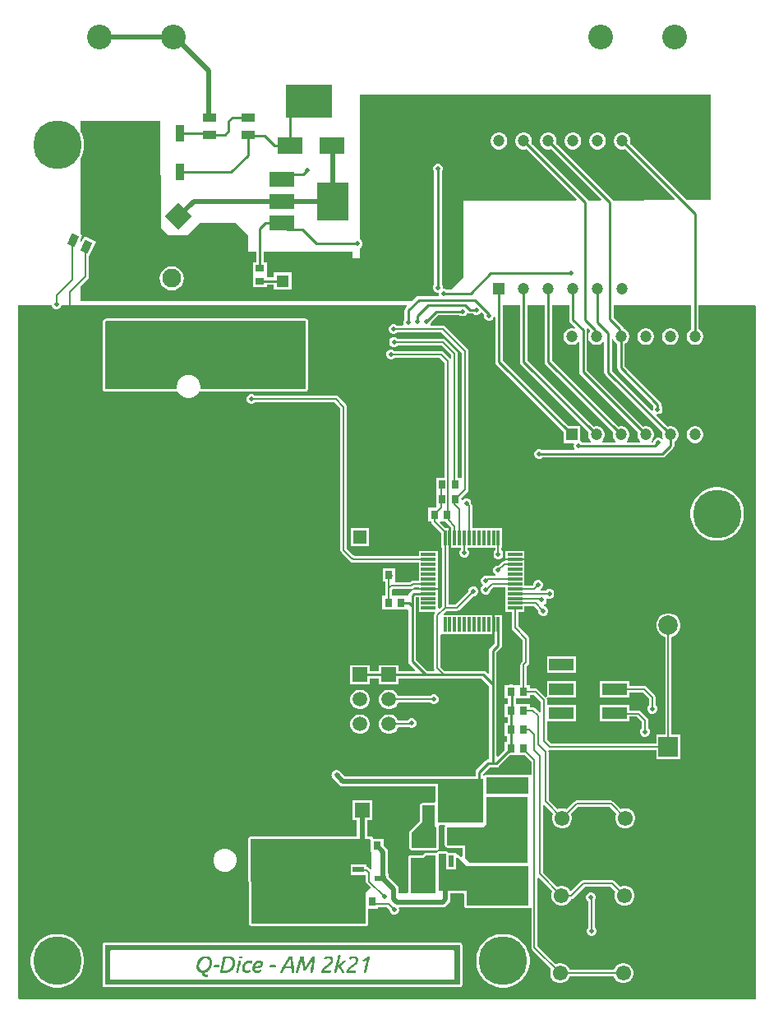
<source format=gtl>
G04*
G04 #@! TF.GenerationSoftware,Altium Limited,Altium Designer,21.0.9 (235)*
G04*
G04 Layer_Physical_Order=1*
G04 Layer_Color=255*
%FSLAX44Y44*%
%MOMM*%
G71*
G04*
G04 #@! TF.SameCoordinates,6F3E63EC-60D3-48B1-A7CC-AFFCCD692F60*
G04*
G04*
G04 #@! TF.FilePolarity,Positive*
G04*
G01*
G75*
%ADD10C,0.2500*%
%ADD11C,0.5000*%
%ADD14C,0.2540*%
%ADD17R,1.1500X0.6000*%
%ADD18R,1.3000X2.0000*%
%ADD19R,1.3000X1.3000*%
%ADD20R,1.5000X0.3000*%
%ADD21R,0.3000X1.5000*%
%ADD22R,5.7000X2.0000*%
G04:AMPARAMS|DCode=23|XSize=0.8mm|YSize=1.2mm|CornerRadius=0mm|HoleSize=0mm|Usage=FLASHONLY|Rotation=335.000|XOffset=0mm|YOffset=0mm|HoleType=Round|Shape=Rectangle|*
%AMROTATEDRECTD23*
4,1,4,-0.6161,-0.3747,-0.1090,0.7128,0.6161,0.3747,0.1090,-0.7128,-0.6161,-0.3747,0.0*
%
%ADD23ROTATEDRECTD23*%

%ADD24R,0.8000X0.9000*%
%ADD25R,0.9000X0.8000*%
%ADD26R,3.2500X4.0000*%
%ADD27R,2.5000X1.5000*%
%ADD28R,1.4000X0.8500*%
%ADD29R,1.3500X1.3500*%
%ADD30R,2.6500X1.7500*%
%ADD31R,0.5499X1.1999*%
%ADD32R,5.0800X6.3500*%
%ADD33R,0.9000X1.8000*%
%ADD34R,4.7000X3.4000*%
%ADD35R,2.5000X1.2000*%
%ADD63C,2.0000*%
%ADD64R,2.0000X2.0000*%
%ADD65C,1.5500*%
%ADD66R,1.5500X1.5500*%
%ADD69C,0.1520*%
%ADD70R,3.0000X4.0000*%
%ADD71R,1.5000X1.5000*%
%ADD72C,1.5000*%
%ADD73R,1.2002X1.2002*%
%ADD74C,1.2002*%
%ADD75R,1.5000X1.5000*%
%ADD76P,2.7577X4X360.0*%
%ADD77C,1.9500*%
%ADD78C,2.5500*%
%ADD79C,5.0000*%
%ADD80C,0.5000*%
G36*
X952194Y995739D02*
X926949Y995616D01*
X868868Y1053697D01*
X869281Y1055236D01*
Y1057484D01*
X868699Y1059657D01*
X867574Y1061604D01*
X865984Y1063194D01*
X864036Y1064319D01*
X861864Y1064901D01*
X859616D01*
X857443Y1064319D01*
X855496Y1063194D01*
X853906Y1061604D01*
X852781Y1059657D01*
X852199Y1057484D01*
Y1055236D01*
X852781Y1053063D01*
X853906Y1051116D01*
X855496Y1049526D01*
X857443Y1048401D01*
X859616Y1047819D01*
X861864D01*
X863403Y1048232D01*
X914905Y996730D01*
X914422Y995555D01*
X850989Y995248D01*
X850732Y995632D01*
X850732Y995632D01*
X792668Y1053697D01*
X793081Y1055236D01*
Y1057484D01*
X792499Y1059657D01*
X791374Y1061604D01*
X789784Y1063194D01*
X787837Y1064319D01*
X785664Y1064901D01*
X783416D01*
X781243Y1064319D01*
X779296Y1063194D01*
X777706Y1061604D01*
X776581Y1059657D01*
X775999Y1057484D01*
Y1055236D01*
X776581Y1053063D01*
X777706Y1051116D01*
X779296Y1049526D01*
X781243Y1048401D01*
X783416Y1047819D01*
X785664D01*
X787204Y1048232D01*
X839073Y996362D01*
X838590Y995188D01*
X825497Y995124D01*
X824747Y996247D01*
X767274Y1053719D01*
X767681Y1055236D01*
Y1057484D01*
X767099Y1059657D01*
X765974Y1061604D01*
X764384Y1063194D01*
X762437Y1064319D01*
X760264Y1064901D01*
X758016D01*
X755843Y1064319D01*
X753896Y1063194D01*
X752306Y1061604D01*
X751181Y1059657D01*
X750599Y1057484D01*
Y1055236D01*
X751181Y1053063D01*
X752306Y1051116D01*
X753896Y1049526D01*
X755843Y1048401D01*
X758016Y1047819D01*
X760264D01*
X761781Y1048225D01*
X813767Y996239D01*
X813283Y995065D01*
X696750Y994500D01*
Y915750D01*
X684114Y903114D01*
X680013D01*
X679605Y903523D01*
X677753Y904290D01*
X676963D01*
X675790Y904498D01*
X675790Y905463D01*
Y906503D01*
X675023Y908355D01*
X674635Y908743D01*
Y1024757D01*
X675023Y1025145D01*
X675790Y1026998D01*
Y1029003D01*
X675023Y1030855D01*
X673605Y1032273D01*
X671752Y1033040D01*
X669747D01*
X667895Y1032273D01*
X666477Y1030855D01*
X665710Y1029003D01*
Y1026998D01*
X666477Y1025145D01*
X666865Y1024757D01*
Y908743D01*
X666477Y908355D01*
X665710Y906503D01*
Y904498D01*
X666477Y902645D01*
X667895Y901227D01*
X669747Y900460D01*
X670537D01*
X671710Y900253D01*
X671710Y899287D01*
Y898248D01*
X671916Y897751D01*
X671210Y896695D01*
X650886D01*
X649400Y896399D01*
X648139Y895557D01*
X644583Y892000D01*
X580250D01*
X580250D01*
X580000Y891750D01*
X302500D01*
Y906621D01*
X308802Y912923D01*
D01*
X310190Y914311D01*
X310190Y914311D01*
X310919Y915403D01*
X311175Y916690D01*
Y937708D01*
X318193Y952756D01*
X306338Y958283D01*
X303740Y952712D01*
X302500Y952987D01*
Y955164D01*
X304380Y959196D01*
X302500Y960073D01*
Y1038956D01*
X303114Y1039958D01*
X304773Y1043963D01*
X305785Y1048178D01*
X306125Y1052500D01*
X305785Y1056822D01*
X304773Y1061037D01*
X303114Y1065042D01*
X302500Y1066044D01*
Y1076750D01*
X385000D01*
X385106Y966644D01*
X392500Y959250D01*
X412500D01*
X425000Y971750D01*
X462500D01*
X475000Y959250D01*
X475000Y942250D01*
X483365D01*
Y931790D01*
X480210D01*
Y918710D01*
Y905710D01*
X494290D01*
Y908386D01*
X501710D01*
Y903210D01*
X519790D01*
Y921290D01*
X501710D01*
Y916114D01*
X494290D01*
Y931790D01*
X491135D01*
Y942250D01*
X582500Y942250D01*
Y935500D01*
X589973D01*
X589975Y945889D01*
X590923Y946282D01*
X592341Y947699D01*
X593108Y949552D01*
Y951557D01*
X592341Y953409D01*
X590923Y954827D01*
X589976Y955219D01*
X590000Y1103750D01*
X951714D01*
X952194Y995739D01*
D02*
G37*
G36*
X806055Y872046D02*
X806351Y870559D01*
X807193Y869299D01*
X812174Y864318D01*
X811517Y863179D01*
X809794Y863641D01*
X807546D01*
X805373Y863059D01*
X803426Y861934D01*
X801836Y860344D01*
X800711Y858397D01*
X800129Y856224D01*
Y853976D01*
X800711Y851803D01*
X801836Y849856D01*
X803426Y848266D01*
X805373Y847141D01*
X807546Y846559D01*
X809794D01*
X811966Y847141D01*
X813914Y848266D01*
X815095Y849447D01*
X816365Y848921D01*
Y818720D01*
X816661Y817233D01*
X817503Y815973D01*
X876736Y756741D01*
X876329Y755224D01*
Y752976D01*
X876911Y750803D01*
X878036Y748856D01*
X879237Y747655D01*
X878711Y746385D01*
X865629D01*
X865103Y747655D01*
X866304Y748856D01*
X867429Y750803D01*
X868011Y752976D01*
Y755224D01*
X867429Y757397D01*
X866304Y759344D01*
X864714Y760934D01*
X862766Y762059D01*
X860594Y762641D01*
X858346D01*
X856829Y762234D01*
X788425Y830639D01*
Y887500D01*
X806055D01*
Y872046D01*
D02*
G37*
G36*
X998250Y886230D02*
Y172500D01*
X239500D01*
X238500Y173500D01*
X238500Y887500D01*
X272710D01*
Y886998D01*
X273477Y885145D01*
X274895Y883727D01*
X276747Y882960D01*
X278752D01*
X280605Y883727D01*
X282023Y885145D01*
X282790Y886998D01*
Y887500D01*
X638423Y887500D01*
X638909Y886327D01*
X637378Y884796D01*
X636536Y883535D01*
X636240Y882049D01*
Y872618D01*
X635852Y872230D01*
X635085Y870378D01*
Y868372D01*
X635391Y867635D01*
X634542Y866365D01*
X628583D01*
X627818Y867130D01*
X625966Y867897D01*
X623961D01*
X622109Y867130D01*
X620691Y865712D01*
X619924Y863859D01*
Y861854D01*
X620691Y860002D01*
X622109Y858584D01*
X623961Y857817D01*
X625966D01*
X627818Y858584D01*
X628870Y859635D01*
X674356D01*
X695635Y838356D01*
Y710460D01*
X694790Y709540D01*
X691365D01*
Y837750D01*
X691108Y839038D01*
X690379Y840129D01*
X690379Y840129D01*
X678629Y851879D01*
X677538Y852608D01*
X676250Y852865D01*
X676250Y852865D01*
X629263D01*
X628355Y853773D01*
X626502Y854540D01*
X624497D01*
X622645Y853773D01*
X621227Y852355D01*
X620460Y850502D01*
Y848497D01*
X621227Y846645D01*
X622645Y845227D01*
X624497Y844460D01*
X626502D01*
X628355Y845227D01*
X629263Y846135D01*
X674856D01*
X684635Y836356D01*
Y832535D01*
X683425Y832144D01*
X683365Y832143D01*
X676379Y839129D01*
X675288Y839858D01*
X674000Y840115D01*
X674000Y840115D01*
X626263D01*
X625355Y841023D01*
X623503Y841790D01*
X621497D01*
X619645Y841023D01*
X618227Y839605D01*
X617460Y837753D01*
Y835748D01*
X618227Y833895D01*
X619645Y832477D01*
X621497Y831710D01*
X623503D01*
X625355Y832477D01*
X626263Y833385D01*
X672606D01*
X677635Y828356D01*
Y709540D01*
X668710D01*
Y695460D01*
X668710D01*
Y694290D01*
X668710D01*
Y680210D01*
X668710D01*
X668772Y680060D01*
X667924Y678790D01*
X660960D01*
Y664710D01*
X662397D01*
X663635Y664500D01*
X663892Y663212D01*
X664621Y662121D01*
X673960Y652782D01*
Y637460D01*
X674635D01*
Y577394D01*
X672213Y574972D01*
X671040Y575458D01*
Y586460D01*
Y594540D01*
X650960D01*
Y594364D01*
X646500D01*
X646500Y594364D01*
X645021Y594070D01*
X643767Y593232D01*
X641518Y590982D01*
X640680Y589729D01*
X640529Y588969D01*
X639540Y588290D01*
X623365D01*
Y594606D01*
X624144Y595385D01*
X643250D01*
X643250Y595385D01*
X644538Y595642D01*
X645629Y596371D01*
X646394Y597135D01*
X650960D01*
Y596460D01*
X671040D01*
Y606460D01*
Y616460D01*
Y626460D01*
Y634540D01*
X650960D01*
Y628865D01*
X584894D01*
X583629Y630129D01*
X583629Y630129D01*
X577115Y636644D01*
Y782742D01*
X577115Y782742D01*
X576859Y784029D01*
X576129Y785121D01*
X576129Y785121D01*
X568121Y793129D01*
X567029Y793858D01*
X565742Y794115D01*
X565742Y794115D01*
X482263D01*
X481355Y795023D01*
X479502Y795790D01*
X477497D01*
X475645Y795023D01*
X474227Y793605D01*
X473460Y791752D01*
Y789747D01*
X474227Y787895D01*
X475645Y786477D01*
X477497Y785710D01*
X479502D01*
X481355Y786477D01*
X482263Y787385D01*
X564348D01*
X570385Y781348D01*
Y635250D01*
X570385Y635250D01*
X570642Y633962D01*
X571371Y632871D01*
X578871Y625371D01*
X578871Y625371D01*
X581121Y623121D01*
X581121Y623121D01*
X582212Y622392D01*
X583500Y622135D01*
X650960D01*
Y616460D01*
Y603865D01*
X645000D01*
X643712Y603609D01*
X642621Y602879D01*
X642621Y602879D01*
X641856Y602115D01*
X627813D01*
X626790Y602710D01*
Y616790D01*
X613710D01*
Y602710D01*
X616635D01*
Y596000D01*
X616635Y596000D01*
X616635Y596000D01*
Y588290D01*
X613460D01*
Y574210D01*
X639540D01*
X640386Y573290D01*
Y520400D01*
X640680Y518921D01*
X641518Y517668D01*
X647248Y511938D01*
X646761Y510764D01*
X630290D01*
Y516940D01*
X610210D01*
Y510764D01*
X600540D01*
Y516940D01*
X580460D01*
Y496860D01*
X600540D01*
Y503036D01*
X610210D01*
Y496860D01*
X630290D01*
Y503036D01*
X657750D01*
X657750Y503036D01*
X657750Y503036D01*
X715999D01*
X723386Y495649D01*
Y419614D01*
X722500D01*
X721021Y419320D01*
X719768Y418482D01*
X710768Y409482D01*
X709930Y408229D01*
X709636Y406750D01*
Y402090D01*
X675753Y402090D01*
X674250Y402389D01*
X574879D01*
X569884Y407384D01*
X569463Y407665D01*
X569105Y408023D01*
X568637Y408216D01*
X568217Y408498D01*
X567720Y408596D01*
X567253Y408790D01*
X566746D01*
X566250Y408889D01*
X565754Y408790D01*
X565247D01*
X564780Y408596D01*
X564283Y408498D01*
X563863Y408216D01*
X563395Y408023D01*
X563037Y407665D01*
X562616Y407384D01*
X562335Y406963D01*
X561977Y406605D01*
X561784Y406137D01*
X561502Y405717D01*
X561404Y405220D01*
X561210Y404753D01*
Y404246D01*
X561111Y403750D01*
X561210Y403254D01*
Y402747D01*
X561404Y402280D01*
X561502Y401783D01*
X561784Y401363D01*
X561977Y400895D01*
X562335Y400537D01*
X562616Y400116D01*
X569116Y393616D01*
X570784Y392502D01*
X572750Y392111D01*
X668160D01*
X668160Y375836D01*
X666890Y374840D01*
X654750D01*
X653759Y374643D01*
X652919Y374081D01*
X652357Y373241D01*
X652160Y372250D01*
Y356823D01*
X641669Y346331D01*
X641107Y345491D01*
X640910Y344500D01*
Y329403D01*
X640911Y329396D01*
X640910Y329390D01*
X641010Y328900D01*
X641107Y328411D01*
X641111Y328406D01*
X641112Y328400D01*
X641391Y327987D01*
X641669Y327571D01*
X641674Y327568D01*
X641678Y327562D01*
X642580Y326669D01*
X642585Y326665D01*
X642589Y326660D01*
X643008Y326386D01*
X643423Y326111D01*
X643429Y326110D01*
X643435Y326107D01*
X643924Y326014D01*
X644415Y325919D01*
X644421Y325920D01*
X644427Y325919D01*
X669275Y326160D01*
X669758Y326261D01*
X670204Y326350D01*
X670509Y325143D01*
X669669Y324581D01*
X669107Y323741D01*
X668500Y323340D01*
X658000D01*
X657009Y323143D01*
X656169Y322581D01*
X654467Y320880D01*
X642540D01*
X641549Y320683D01*
X640709Y320121D01*
X640147Y319281D01*
X639950Y318290D01*
Y304612D01*
X639870Y304210D01*
Y296540D01*
X639950Y296138D01*
Y282982D01*
X639950Y282460D01*
X638907Y281769D01*
X630519D01*
X630389Y281823D01*
Y285875D01*
X629997Y287842D01*
X628884Y289509D01*
X619830Y298562D01*
Y302500D01*
X619129D01*
Y324760D01*
X618737Y326726D01*
X617624Y328394D01*
X614540Y331477D01*
Y338290D01*
X604042D01*
X603853Y339241D01*
X603291Y340081D01*
X602451Y340643D01*
X601460Y340840D01*
X597599D01*
Y357460D01*
X603040D01*
Y377540D01*
X582960D01*
Y357460D01*
X587321D01*
Y340840D01*
X478788Y340840D01*
X478781Y340838D01*
X478775Y340840D01*
X478286Y340740D01*
X477797Y340643D01*
X477791Y340639D01*
X477785Y340638D01*
X477372Y340359D01*
X476956Y340081D01*
X476953Y340076D01*
X476947Y340072D01*
X476054Y339169D01*
X476050Y339164D01*
X476045Y339160D01*
X475770Y338741D01*
X475496Y338326D01*
X475495Y338320D01*
X475492Y338314D01*
X475399Y337824D01*
X475304Y337334D01*
X475306Y337328D01*
X475304Y337321D01*
X476176Y250724D01*
X476277Y250242D01*
X476373Y249759D01*
X476381Y249748D01*
X476384Y249735D01*
X476661Y249328D01*
X476935Y248919D01*
X476946Y248911D01*
X476953Y248900D01*
X477366Y248631D01*
X477775Y248357D01*
X477788Y248355D01*
X477799Y248347D01*
X478283Y248256D01*
X478766Y248160D01*
X596250Y248160D01*
X597241Y248357D01*
X598081Y248919D01*
X598643Y249759D01*
X598840Y250750D01*
X598840Y266210D01*
X609290D01*
Y267322D01*
X618669D01*
X620500Y265492D01*
Y264207D01*
X621267Y262355D01*
X622685Y260937D01*
X624537Y260170D01*
X626542D01*
X628395Y260937D01*
X629812Y262355D01*
X630580Y264207D01*
Y266213D01*
X630438Y266555D01*
X631143Y267611D01*
X675571D01*
X677538Y268002D01*
X679205Y269116D01*
X682134Y272045D01*
X683248Y273712D01*
X683639Y275679D01*
Y281943D01*
X697011Y281979D01*
X697910Y281082D01*
Y269250D01*
X698107Y268259D01*
X698669Y267419D01*
X699509Y266857D01*
X700500Y266660D01*
X764000Y266660D01*
X764991Y266857D01*
X765615Y267274D01*
X766411Y267030D01*
X766885Y266712D01*
Y226250D01*
X766885Y226250D01*
X767141Y224962D01*
X767871Y223871D01*
X787476Y204266D01*
X787161Y203722D01*
X786460Y201105D01*
Y198395D01*
X787161Y195778D01*
X788516Y193432D01*
X790432Y191516D01*
X792778Y190161D01*
X795395Y189460D01*
X798105D01*
X800722Y190161D01*
X803068Y191516D01*
X804984Y193432D01*
X806339Y195778D01*
X806501Y196385D01*
X851999D01*
X852161Y195778D01*
X853516Y193432D01*
X855432Y191516D01*
X857778Y190161D01*
X860395Y189460D01*
X863105D01*
X865722Y190161D01*
X868068Y191516D01*
X869984Y193432D01*
X871339Y195778D01*
X872040Y198395D01*
Y201105D01*
X871339Y203722D01*
X869984Y206068D01*
X868068Y207984D01*
X865722Y209339D01*
X863105Y210040D01*
X860395D01*
X857778Y209339D01*
X855432Y207984D01*
X853516Y206068D01*
X852161Y203722D01*
X851999Y203115D01*
X806501D01*
X806339Y203722D01*
X804984Y206068D01*
X803068Y207984D01*
X800722Y209339D01*
X798105Y210040D01*
X795395D01*
X792778Y209339D01*
X792234Y209024D01*
X773615Y227644D01*
Y297468D01*
X774788Y297954D01*
X788726Y284016D01*
X788411Y283472D01*
X787710Y280855D01*
Y278145D01*
X788411Y275528D01*
X789766Y273182D01*
X791682Y271266D01*
X794028Y269911D01*
X796645Y269210D01*
X799355D01*
X801972Y269911D01*
X804318Y271266D01*
X806234Y273182D01*
X807589Y275528D01*
X807759Y276165D01*
X808030D01*
X808030Y276165D01*
X809318Y276421D01*
X810409Y277151D01*
X822394Y289135D01*
X848606D01*
X853726Y284016D01*
X853411Y283472D01*
X852710Y280855D01*
Y278145D01*
X853411Y275528D01*
X854766Y273182D01*
X856682Y271266D01*
X859028Y269911D01*
X861645Y269210D01*
X864355D01*
X866972Y269911D01*
X869318Y271266D01*
X871234Y273182D01*
X872589Y275528D01*
X873290Y278145D01*
Y280855D01*
X872589Y283472D01*
X871234Y285818D01*
X869318Y287734D01*
X866972Y289089D01*
X864355Y289790D01*
X861645D01*
X859028Y289089D01*
X858484Y288775D01*
X852379Y294879D01*
X851288Y295609D01*
X850000Y295865D01*
X850000Y295865D01*
X821000D01*
X819712Y295609D01*
X818621Y294879D01*
X818621Y294879D01*
X808189Y284447D01*
X806930Y284613D01*
X806234Y285818D01*
X804318Y287734D01*
X801972Y289089D01*
X799355Y289790D01*
X796645D01*
X794028Y289089D01*
X793484Y288775D01*
X778865Y303394D01*
Y372581D01*
X780135Y373107D01*
X789475Y363766D01*
X789161Y363222D01*
X788460Y360605D01*
Y357896D01*
X789161Y355278D01*
X790516Y352932D01*
X792432Y351016D01*
X794778Y349661D01*
X797395Y348960D01*
X800105D01*
X802722Y349661D01*
X805068Y351016D01*
X806984Y352932D01*
X808339Y355278D01*
X809040Y357896D01*
Y360605D01*
X808339Y363222D01*
X808025Y363766D01*
X814893Y370635D01*
X847607D01*
X854475Y363766D01*
X854161Y363222D01*
X853460Y360605D01*
Y357896D01*
X854161Y355278D01*
X855516Y352932D01*
X857432Y351016D01*
X859778Y349661D01*
X862395Y348960D01*
X865105D01*
X867722Y349661D01*
X870068Y351016D01*
X871984Y352932D01*
X873339Y355278D01*
X874040Y357896D01*
Y360605D01*
X873339Y363222D01*
X871984Y365568D01*
X870068Y367484D01*
X867722Y368839D01*
X865105Y369540D01*
X862395D01*
X859778Y368839D01*
X859234Y368525D01*
X851379Y376379D01*
X850288Y377108D01*
X849000Y377365D01*
X849000Y377365D01*
X813500D01*
X813500Y377365D01*
X812212Y377108D01*
X811121Y376379D01*
X811121Y376379D01*
X803266Y368525D01*
X802722Y368839D01*
X800105Y369540D01*
X797395D01*
X794778Y368839D01*
X794234Y368525D01*
X784740Y378019D01*
Y427625D01*
X784740Y427625D01*
X784567Y428495D01*
X785088Y429196D01*
X785276Y429363D01*
X785558Y429523D01*
X786250Y429385D01*
X786250Y429385D01*
X895710D01*
Y420210D01*
X920790D01*
Y445290D01*
X911615D01*
Y545669D01*
X913090Y546065D01*
X915950Y547715D01*
X918285Y550050D01*
X919935Y552910D01*
X920790Y556099D01*
Y559401D01*
X919935Y562590D01*
X918285Y565450D01*
X915950Y567785D01*
X913090Y569435D01*
X909901Y570290D01*
X906599D01*
X903410Y569435D01*
X900550Y567785D01*
X898215Y565450D01*
X896565Y562590D01*
X895710Y559401D01*
Y556099D01*
X896565Y552910D01*
X898215Y550050D01*
X900550Y547715D01*
X903410Y546065D01*
X904885Y545669D01*
Y445290D01*
X895710D01*
Y436115D01*
X787644D01*
X783365Y440394D01*
Y458585D01*
X813040D01*
Y475665D01*
X783365D01*
Y480750D01*
X783365Y480750D01*
X783109Y482038D01*
X782909Y482336D01*
X783602Y483585D01*
X783860Y483585D01*
X783860Y483585D01*
X783915Y483585D01*
X813040D01*
Y500665D01*
X782960D01*
X782960Y484589D01*
Y484574D01*
Y484574D01*
X782960Y484344D01*
X782455Y484135D01*
X781690Y483818D01*
X773629Y491879D01*
X772538Y492608D01*
X771250Y492865D01*
X771250Y492865D01*
X765290D01*
Y496540D01*
X762564D01*
Y515826D01*
X764129Y517391D01*
X764129Y517391D01*
X764858Y518483D01*
X765115Y519770D01*
Y543750D01*
X765115Y543750D01*
X764858Y545038D01*
X764129Y546129D01*
X753365Y556894D01*
Y571460D01*
X760040D01*
Y577135D01*
X769856D01*
X774460Y572532D01*
Y571247D01*
X775227Y569395D01*
X776645Y567977D01*
X778497Y567210D01*
X780502D01*
X782355Y567977D01*
X783773Y569395D01*
X784540Y571247D01*
Y573252D01*
X783773Y575105D01*
X782355Y576523D01*
X780502Y577290D01*
X780061D01*
X779653Y577835D01*
X780076Y579332D01*
X780730Y579602D01*
X782148Y581020D01*
X782915Y582873D01*
Y584741D01*
X783350Y585215D01*
X783955Y585685D01*
X784498Y585460D01*
X786503D01*
X788355Y586227D01*
X789773Y587645D01*
X790540Y589497D01*
Y591502D01*
X789773Y593355D01*
X788355Y594773D01*
X786503Y595540D01*
X784498D01*
X782645Y594773D01*
X781737Y593865D01*
X776692D01*
X776440Y595135D01*
X776663Y595227D01*
X778081Y596645D01*
X778848Y598498D01*
Y600503D01*
X778081Y602355D01*
X776663Y603773D01*
X774811Y604540D01*
X772806D01*
X770953Y603773D01*
X769536Y602355D01*
X768768Y600503D01*
Y599218D01*
X768415Y598865D01*
X760040D01*
Y606460D01*
Y616460D01*
Y624540D01*
X739960D01*
Y624540D01*
X738973Y623856D01*
X737730Y623609D01*
X736639Y622879D01*
X733141Y619381D01*
X731857D01*
X730004Y618614D01*
X728586Y617196D01*
X727819Y615344D01*
Y613338D01*
X728586Y611486D01*
X729938Y610135D01*
X729913Y609804D01*
X729591Y608865D01*
X721750D01*
X721750Y608865D01*
X721123Y608740D01*
X721003Y608790D01*
X718997D01*
X717145Y608023D01*
X715727Y606605D01*
X714960Y604753D01*
Y602747D01*
X715727Y600895D01*
X716668Y599955D01*
X717109Y599389D01*
X716671Y598299D01*
X715977Y597605D01*
X715210Y595752D01*
Y593747D01*
X715977Y591895D01*
X717395Y590477D01*
X719248Y589710D01*
X721253D01*
X723105Y590477D01*
X724523Y591895D01*
X725290Y593747D01*
Y594032D01*
X728394Y597135D01*
X739960D01*
Y591460D01*
Y581460D01*
Y571460D01*
X746635D01*
Y555500D01*
X746635Y555500D01*
X746891Y554212D01*
X747621Y553121D01*
X758385Y542356D01*
Y521164D01*
X756821Y519599D01*
X756091Y518507D01*
X755835Y517220D01*
X755835Y517220D01*
Y496540D01*
X747898D01*
X747479Y496820D01*
X746000Y497114D01*
X744521Y496820D01*
X744102Y496540D01*
X739210D01*
Y482460D01*
X743136D01*
Y477040D01*
X739460D01*
Y462960D01*
X742636D01*
Y457540D01*
X739460D01*
Y443460D01*
X742136D01*
Y438040D01*
X739460D01*
Y429675D01*
X732288Y422502D01*
X731114Y422988D01*
Y497250D01*
Y529899D01*
X735732Y534518D01*
X736570Y535771D01*
X736864Y537250D01*
Y548460D01*
X737040D01*
Y568540D01*
X728960D01*
Y548460D01*
X729136D01*
Y538851D01*
X724518Y534232D01*
X723680Y532979D01*
X723386Y531500D01*
Y508238D01*
X722212Y507752D01*
X720332Y509632D01*
X719079Y510470D01*
X717600Y510764D01*
X677644D01*
X673365Y515044D01*
Y547437D01*
X673960Y548460D01*
X727040D01*
Y568540D01*
X676958D01*
X676472Y569713D01*
X679394Y572635D01*
X690450D01*
X690450Y572635D01*
X691738Y572892D01*
X692829Y573621D01*
X707168Y587960D01*
X708453D01*
X710305Y588727D01*
X711723Y590145D01*
X712490Y591997D01*
Y594002D01*
X711723Y595855D01*
X710305Y597273D01*
X708453Y598040D01*
X706448D01*
X704595Y597273D01*
X703177Y595855D01*
X702410Y594002D01*
Y592718D01*
X689056Y579365D01*
X681365D01*
Y637460D01*
X682040D01*
Y657540D01*
X678718D01*
X672722Y663537D01*
X673208Y664710D01*
X678643D01*
X679371Y663621D01*
X684182Y658810D01*
X683960Y657540D01*
X683960D01*
Y637460D01*
X694459D01*
X694562Y636190D01*
X693727Y635355D01*
X692960Y633503D01*
Y631497D01*
X693727Y629645D01*
X695145Y628227D01*
X696998Y627460D01*
X699003D01*
X700855Y628227D01*
X702273Y629645D01*
X703040Y631497D01*
Y633503D01*
X702273Y635355D01*
X701438Y636190D01*
X701541Y637460D01*
X729635D01*
Y634763D01*
X728727Y633855D01*
X727960Y632002D01*
Y629997D01*
X728727Y628145D01*
X730145Y626727D01*
X731998Y625960D01*
X734003D01*
X735855Y626727D01*
X737273Y628145D01*
X738040Y629997D01*
Y632002D01*
X737273Y633855D01*
X736365Y634763D01*
Y637460D01*
X737040D01*
Y657540D01*
X706365D01*
Y680500D01*
X706108Y681788D01*
X705379Y682879D01*
X705379Y682879D01*
X705040Y683218D01*
Y684502D01*
X704273Y686355D01*
X702855Y687773D01*
X701003Y688540D01*
X698997D01*
X697145Y687773D01*
X696060Y686688D01*
X694790Y687158D01*
Y688532D01*
X697879Y691621D01*
X697879Y691621D01*
X701379Y695121D01*
X701379Y695121D01*
X702109Y696212D01*
X702365Y697500D01*
X702365Y697500D01*
Y839750D01*
X702365Y839750D01*
X702109Y841038D01*
X701379Y842129D01*
X678129Y865379D01*
X677038Y866108D01*
X675750Y866365D01*
X675750Y866365D01*
X663538D01*
X663012Y867635D01*
X663273Y867895D01*
X664040Y869747D01*
Y870296D01*
X670859Y877115D01*
X692757D01*
X693145Y876727D01*
X694997Y875960D01*
X697002D01*
X698855Y876727D01*
X700273Y878145D01*
X700499Y878691D01*
X701714Y879060D01*
X701937Y878911D01*
X703424Y878615D01*
X707007D01*
X707395Y878227D01*
X709248Y877460D01*
X711253D01*
X713105Y878227D01*
X714523Y879645D01*
X714675Y880012D01*
X715920Y880260D01*
X718691Y877489D01*
X718568Y877193D01*
Y875188D01*
X719335Y873335D01*
X720753Y871917D01*
X722605Y871150D01*
X724610D01*
X726463Y871917D01*
X727881Y873335D01*
X728648Y875188D01*
X729876Y875086D01*
Y829030D01*
X730170Y827551D01*
X731008Y826298D01*
X800129Y757176D01*
Y745559D01*
X810187D01*
X811036Y744289D01*
X810710Y743503D01*
Y741497D01*
X811477Y739645D01*
X811743Y739379D01*
X811217Y738109D01*
X778388D01*
X778000Y738497D01*
X776148Y739265D01*
X774143D01*
X772290Y738497D01*
X770872Y737080D01*
X770105Y735227D01*
Y733222D01*
X770872Y731370D01*
X772290Y729952D01*
X774143Y729185D01*
X776148D01*
X778000Y729952D01*
X778388Y730340D01*
X901725D01*
X903211Y730636D01*
X904472Y731478D01*
X913247Y740253D01*
X914089Y741513D01*
X914385Y743000D01*
Y746614D01*
X915514Y747266D01*
X917104Y748856D01*
X918229Y750803D01*
X918811Y752976D01*
Y755224D01*
X918229Y757397D01*
X917104Y759344D01*
X915514Y760934D01*
X913567Y762059D01*
X911394Y762641D01*
X909146D01*
X907629Y762234D01*
X895827Y774037D01*
X896050Y774659D01*
X896450Y775210D01*
X898252D01*
X900105Y775977D01*
X901523Y777395D01*
X902290Y779248D01*
Y781253D01*
X901523Y783105D01*
X901135Y783493D01*
Y785000D01*
X900839Y786487D01*
X899997Y787747D01*
X863355Y824389D01*
Y847481D01*
X864714Y848266D01*
X866304Y849856D01*
X867429Y851803D01*
X868011Y853976D01*
Y856224D01*
X867429Y858397D01*
X866304Y860344D01*
X864714Y861934D01*
X862766Y863059D01*
X862047Y863251D01*
X861860Y864189D01*
X861023Y865442D01*
X861023Y865442D01*
X851864Y874601D01*
Y887500D01*
X931806D01*
Y862731D01*
X930426Y861934D01*
X928836Y860344D01*
X927711Y858397D01*
X927129Y856224D01*
Y853976D01*
X927711Y851803D01*
X928836Y849856D01*
X930426Y848266D01*
X932373Y847141D01*
X934546Y846559D01*
X936794D01*
X938967Y847141D01*
X940914Y848266D01*
X942504Y849856D01*
X943629Y851803D01*
X944211Y853976D01*
Y856224D01*
X943629Y858397D01*
X942504Y860344D01*
X940914Y861934D01*
X939534Y862731D01*
Y887500D01*
X997084D01*
X998250Y886230D01*
D02*
G37*
G36*
X851511Y851803D02*
X852636Y849856D01*
X854226Y848266D01*
X855585Y847481D01*
Y822780D01*
X855881Y821293D01*
X856723Y820033D01*
X893314Y783442D01*
X892977Y783105D01*
X892210Y781253D01*
Y779450D01*
X891659Y779050D01*
X891037Y778827D01*
X849885Y819979D01*
Y852967D01*
X851155Y853134D01*
X851511Y851803D01*
D02*
G37*
G36*
X827824Y860932D02*
X827236Y860344D01*
X826111Y858397D01*
X825529Y856224D01*
Y853976D01*
X826111Y851803D01*
X827236Y849856D01*
X828826Y848266D01*
X830773Y847141D01*
X832946Y846559D01*
X835194D01*
X837366Y847141D01*
X839314Y848266D01*
X840845Y849797D01*
X841114Y849779D01*
X842115Y849414D01*
Y818370D01*
X842411Y816883D01*
X843253Y815623D01*
X902135Y756741D01*
X901729Y755224D01*
Y752976D01*
X902311Y750803D01*
X902914Y749760D01*
X901897Y748980D01*
X900605Y750273D01*
X898753Y751040D01*
X896748D01*
X894895Y750273D01*
X893477Y748855D01*
X892710Y747002D01*
Y746454D01*
X892641Y746385D01*
X891029D01*
X890503Y747655D01*
X891704Y748856D01*
X892829Y750803D01*
X893411Y752976D01*
Y755224D01*
X892829Y757397D01*
X891704Y759344D01*
X890114Y760934D01*
X888167Y762059D01*
X885994Y762641D01*
X883746D01*
X882229Y762234D01*
X824135Y820329D01*
Y861736D01*
X824096Y861928D01*
X825087Y863377D01*
X825334Y863422D01*
X827824Y860932D01*
D02*
G37*
G36*
X780655Y829030D02*
X780951Y827543D01*
X781793Y826283D01*
X851336Y756741D01*
X850929Y755224D01*
Y752976D01*
X851511Y750803D01*
X852636Y748856D01*
X853837Y747655D01*
X853311Y746385D01*
X840229D01*
X839703Y747655D01*
X840904Y748856D01*
X842029Y750803D01*
X842611Y752976D01*
Y755224D01*
X842029Y757397D01*
X840904Y759344D01*
X839314Y760934D01*
X837366Y762059D01*
X835194Y762641D01*
X832946D01*
X831406Y762228D01*
X763004Y830631D01*
Y887500D01*
X780655D01*
Y829030D01*
D02*
G37*
G36*
X755276D02*
X755570Y827551D01*
X756407Y826298D01*
X825942Y756764D01*
X825529Y755224D01*
Y752976D01*
X826111Y750803D01*
X827236Y748856D01*
X828437Y747655D01*
X827911Y746385D01*
X818993D01*
X818605Y746773D01*
X817211Y747350D01*
Y762641D01*
X805594D01*
X737604Y830631D01*
Y887500D01*
X755276D01*
Y829030D01*
D02*
G37*
G36*
X650960Y581460D02*
Y571460D01*
X667126D01*
X667494Y570190D01*
X666891Y569288D01*
X666635Y568000D01*
X666635Y568000D01*
Y513650D01*
X666635Y513650D01*
X666891Y512362D01*
X667111Y512034D01*
X666432Y510764D01*
X659351D01*
X648114Y522001D01*
Y586636D01*
X650960D01*
Y581460D01*
D02*
G37*
G36*
X776635Y479356D02*
Y468669D01*
X775365Y468143D01*
X770880Y472629D01*
X769788Y473358D01*
X768500Y473615D01*
X768500Y473615D01*
X765540D01*
Y477040D01*
X750864D01*
Y482460D01*
X765290D01*
Y486135D01*
X769856D01*
X776635Y479356D01*
D02*
G37*
G36*
X766885Y417856D02*
Y404522D01*
X766645Y404313D01*
X765615Y403895D01*
X765586Y403912D01*
X765241Y404143D01*
X765150Y404161D01*
X765069Y404207D01*
X764657Y404259D01*
X764250Y404340D01*
X721000D01*
X720522Y404245D01*
X720044Y404157D01*
X720028Y404146D01*
X720009Y404143D01*
X719604Y403872D01*
X719196Y403608D01*
X719185Y403592D01*
X719169Y403581D01*
X718898Y403176D01*
X718622Y402776D01*
X718615Y402757D01*
X718573Y402748D01*
X717364Y402993D01*
Y405149D01*
X724101Y411886D01*
X729707D01*
X730786Y411671D01*
X732264Y411965D01*
X733518Y412803D01*
X744675Y423960D01*
X760782D01*
X766885Y417856D01*
D02*
G37*
G36*
X717320Y354750D02*
X670750D01*
Y358390D01*
X670750Y399500D01*
X675753D01*
X675753D01*
X689115D01*
X717320Y399500D01*
X717320Y354750D01*
D02*
G37*
G36*
X764152Y401719D02*
X764238D01*
X764250Y401709D01*
Y384500D01*
X721920D01*
X720764Y385672D01*
X720999Y401660D01*
X721030Y401705D01*
X721255Y401750D01*
X763995D01*
X764152Y401719D01*
D02*
G37*
G36*
X667500Y351750D02*
X669187Y350063D01*
X669250Y349745D01*
Y329005D01*
X669208Y328792D01*
X668995Y328748D01*
X644651Y328511D01*
X644421Y328556D01*
X644225Y328684D01*
X643677Y329227D01*
X643547Y329422D01*
X643500Y329651D01*
Y344245D01*
X643547Y344481D01*
X643680Y344680D01*
X653991Y354991D01*
X653991Y354991D01*
X654750Y355750D01*
X654750Y355892D01*
X654750D01*
X654750Y355904D01*
Y371995D01*
X654792Y372208D01*
X655005Y372250D01*
X667500D01*
Y351750D01*
D02*
G37*
G36*
X678066Y351689D02*
X678285Y351063D01*
X678289Y350890D01*
X678166Y350771D01*
X678053Y350514D01*
X677897Y350281D01*
X677852Y350056D01*
X677760Y349846D01*
X677755Y349565D01*
X677700Y349290D01*
Y332211D01*
X677767Y331870D01*
X677793Y331524D01*
X677865Y331379D01*
X677897Y331219D01*
X678090Y330931D01*
X678245Y330621D01*
X678967Y329693D01*
X679265Y329435D01*
X679540Y329152D01*
X679645Y329106D01*
X679731Y329032D01*
X680095Y328911D01*
X680175Y328857D01*
X680262Y328840D01*
X680468Y328751D01*
X680624Y328718D01*
X680680Y328717D01*
X680690Y328714D01*
X680726Y328716D01*
X680898Y328714D01*
X681166Y328660D01*
X695910D01*
Y319798D01*
X694640Y319272D01*
X692794Y321119D01*
X691954Y321680D01*
X690962Y321877D01*
X690113Y322466D01*
X689789Y322939D01*
Y323290D01*
X681692D01*
X681603Y323741D01*
X681041Y324581D01*
X680201Y325143D01*
X679210Y325340D01*
X671500D01*
X670569Y325155D01*
X670264Y326367D01*
X670672Y326646D01*
X671081Y326919D01*
X671088Y326929D01*
X671099Y326937D01*
X671369Y327350D01*
X671643Y327759D01*
X671645Y327772D01*
X671652Y327782D01*
X671743Y328266D01*
X671840Y328750D01*
Y350000D01*
X671663Y350890D01*
X671677Y351045D01*
X672389Y352160D01*
X677742D01*
X678066Y351689D01*
D02*
G37*
G36*
X763000Y313500D02*
X704000D01*
X703750Y313250D01*
X698500Y318500D01*
Y331250D01*
X681422D01*
X681403Y331254D01*
X681167D01*
X681082Y331272D01*
X681046Y331292D01*
X681030Y331303D01*
X680960Y331393D01*
X680854Y331485D01*
X680446Y332009D01*
X680405Y332091D01*
X680307Y332217D01*
Y332375D01*
X680290Y332466D01*
Y349034D01*
X680295Y349060D01*
Y349288D01*
X680425Y349475D01*
X680436Y349500D01*
X717250D01*
X721000Y353250D01*
Y380750D01*
X763000D01*
Y313500D01*
D02*
G37*
G36*
X601460Y337086D02*
Y324210D01*
X602203D01*
Y307465D01*
X601029Y306979D01*
X599629Y308379D01*
X598538Y309109D01*
X597330Y309349D01*
Y312000D01*
X580750D01*
Y300920D01*
X596635D01*
Y294250D01*
X596635Y294250D01*
X596892Y292962D01*
X597621Y291871D01*
X601347Y288144D01*
X596250Y283047D01*
Y280290D01*
X596210D01*
Y266210D01*
X596250D01*
X596250Y251005D01*
X596208Y250792D01*
X595995Y250750D01*
X479021Y250750D01*
X478808Y250792D01*
X478763Y251005D01*
X477897Y337099D01*
X477941Y337328D01*
X478069Y337524D01*
X478613Y338073D01*
X478807Y338203D01*
X479036Y338250D01*
X484994D01*
X600296Y338250D01*
X601460Y337086D01*
D02*
G37*
G36*
X668500Y281750D02*
X643516D01*
X642540Y282460D01*
Y296540D01*
X642490D01*
Y296643D01*
X642460Y296795D01*
Y303955D01*
X642490Y304107D01*
Y304210D01*
X642540D01*
Y318035D01*
X642582Y318248D01*
X642795Y318290D01*
X655540D01*
X657820Y320570D01*
X658019Y320703D01*
X658255Y320750D01*
X668500D01*
Y281750D01*
D02*
G37*
G36*
X679180Y322705D02*
X679194Y322685D01*
X679210Y322646D01*
Y306211D01*
X689789D01*
Y318233D01*
X689925Y318475D01*
X690736Y319085D01*
X691059Y319163D01*
X691143Y319107D01*
X700500Y309750D01*
X764000D01*
Y270414D01*
X762755Y269250D01*
X741436D01*
X700755Y269250D01*
X700542Y269292D01*
X700500Y269505D01*
Y281082D01*
Y284578D01*
X693659Y284560D01*
X683632Y284533D01*
X672399Y284503D01*
X671500Y285399D01*
Y322660D01*
X671530Y322705D01*
X671755Y322750D01*
X678955D01*
X679180Y322705D01*
D02*
G37*
%LPC*%
G36*
X836464Y1064901D02*
X834216D01*
X832043Y1064319D01*
X830096Y1063194D01*
X828506Y1061604D01*
X827381Y1059657D01*
X826799Y1057484D01*
Y1055236D01*
X827381Y1053063D01*
X828506Y1051116D01*
X830096Y1049526D01*
X832043Y1048401D01*
X834216Y1047819D01*
X836464D01*
X838636Y1048401D01*
X840584Y1049526D01*
X842174Y1051116D01*
X843299Y1053063D01*
X843881Y1055236D01*
Y1057484D01*
X843299Y1059657D01*
X842174Y1061604D01*
X840584Y1063194D01*
X838636Y1064319D01*
X836464Y1064901D01*
D02*
G37*
G36*
X811064D02*
X808816D01*
X806643Y1064319D01*
X804696Y1063194D01*
X803106Y1061604D01*
X801981Y1059657D01*
X801399Y1057484D01*
Y1055236D01*
X801981Y1053063D01*
X803106Y1051116D01*
X804696Y1049526D01*
X806643Y1048401D01*
X808816Y1047819D01*
X811064D01*
X813236Y1048401D01*
X815184Y1049526D01*
X816774Y1051116D01*
X817899Y1053063D01*
X818481Y1055236D01*
Y1057484D01*
X817899Y1059657D01*
X816774Y1061604D01*
X815184Y1063194D01*
X813236Y1064319D01*
X811064Y1064901D01*
D02*
G37*
G36*
X734864D02*
X732616D01*
X730443Y1064319D01*
X728496Y1063194D01*
X726906Y1061604D01*
X725781Y1059657D01*
X725199Y1057484D01*
Y1055236D01*
X725781Y1053063D01*
X726906Y1051116D01*
X728496Y1049526D01*
X730443Y1048401D01*
X732616Y1047819D01*
X734864D01*
X737037Y1048401D01*
X738984Y1049526D01*
X740574Y1051116D01*
X741699Y1053063D01*
X742281Y1055236D01*
Y1057484D01*
X741699Y1059657D01*
X740574Y1061604D01*
X738984Y1063194D01*
X737037Y1064319D01*
X734864Y1064901D01*
D02*
G37*
G36*
X396464Y927326D02*
X393256Y926904D01*
X390266Y925666D01*
X387699Y923696D01*
X385729Y921128D01*
X384491Y918139D01*
X384068Y914930D01*
X384491Y911722D01*
X385729Y908732D01*
X387699Y906165D01*
X390266Y904195D01*
X393256Y902956D01*
X396464Y902534D01*
X399673Y902956D01*
X402663Y904195D01*
X405230Y906165D01*
X407200Y908732D01*
X408438Y911722D01*
X408860Y914930D01*
X408438Y918139D01*
X407200Y921128D01*
X405230Y923696D01*
X402663Y925666D01*
X399673Y926904D01*
X396464Y927326D01*
D02*
G37*
G36*
X911394Y863641D02*
X909146D01*
X906973Y863059D01*
X905026Y861934D01*
X903436Y860344D01*
X902311Y858397D01*
X901729Y856224D01*
Y853976D01*
X902311Y851803D01*
X903436Y849856D01*
X905026Y848266D01*
X906973Y847141D01*
X909146Y846559D01*
X911394D01*
X913567Y847141D01*
X915514Y848266D01*
X917104Y849856D01*
X918229Y851803D01*
X918811Y853976D01*
Y856224D01*
X918229Y858397D01*
X917104Y860344D01*
X915514Y861934D01*
X913567Y863059D01*
X911394Y863641D01*
D02*
G37*
G36*
X885994D02*
X883746D01*
X881573Y863059D01*
X879626Y861934D01*
X878036Y860344D01*
X876911Y858397D01*
X876329Y856224D01*
Y853976D01*
X876911Y851803D01*
X878036Y849856D01*
X879626Y848266D01*
X881573Y847141D01*
X883746Y846559D01*
X885994D01*
X888167Y847141D01*
X890114Y848266D01*
X891704Y849856D01*
X892829Y851803D01*
X893411Y853976D01*
Y856224D01*
X892829Y858397D01*
X891704Y860344D01*
X890114Y861934D01*
X888167Y863059D01*
X885994Y863641D01*
D02*
G37*
G36*
X534500Y873590D02*
X328500D01*
X327509Y873393D01*
X326669Y872831D01*
X326169Y872331D01*
X325607Y871491D01*
X325410Y870500D01*
Y801000D01*
X325607Y800009D01*
X326169Y799169D01*
X327009Y798607D01*
X328000Y798410D01*
X401022D01*
X401107Y798427D01*
X401192Y798416D01*
X401600Y798525D01*
X402014Y798607D01*
X402741Y798202D01*
X403170Y797845D01*
X404156Y796138D01*
X406388Y793906D01*
X409122Y792327D01*
X412171Y791510D01*
X415328D01*
X418378Y792327D01*
X421112Y793906D01*
X423344Y796138D01*
X424330Y797845D01*
X424759Y798202D01*
X425486Y798607D01*
X425900Y798525D01*
X426308Y798416D01*
X426393Y798427D01*
X426477Y798410D01*
X534086D01*
X535077Y798607D01*
X535917Y799169D01*
X536478Y800009D01*
X536478Y800009D01*
X536893Y801009D01*
X536893Y801009D01*
X537090Y802000D01*
Y871000D01*
X536893Y871991D01*
X536331Y872831D01*
X535491Y873393D01*
X534500Y873590D01*
D02*
G37*
G36*
X936794Y762641D02*
X934546D01*
X932373Y762059D01*
X930426Y760934D01*
X928836Y759344D01*
X927711Y757397D01*
X927129Y755224D01*
Y752976D01*
X927711Y750803D01*
X928836Y748856D01*
X930426Y747266D01*
X932373Y746141D01*
X934546Y745559D01*
X936794D01*
X938967Y746141D01*
X940914Y747266D01*
X942504Y748856D01*
X943629Y750803D01*
X944211Y752976D01*
Y755224D01*
X943629Y757397D01*
X942504Y759344D01*
X940914Y760934D01*
X938967Y762059D01*
X936794Y762641D01*
D02*
G37*
G36*
X960667Y700040D02*
X956332D01*
X952051Y699362D01*
X947928Y698022D01*
X944066Y696054D01*
X940559Y693506D01*
X937494Y690441D01*
X934946Y686934D01*
X932978Y683072D01*
X931638Y678949D01*
X930960Y674668D01*
Y670332D01*
X931638Y666051D01*
X932978Y661928D01*
X934946Y658066D01*
X937494Y654559D01*
X940559Y651494D01*
X944066Y648946D01*
X947928Y646978D01*
X952051Y645638D01*
X956332Y644960D01*
X960667D01*
X964949Y645638D01*
X969072Y646978D01*
X972934Y648946D01*
X976441Y651494D01*
X979506Y654559D01*
X982054Y658066D01*
X984022Y661928D01*
X985362Y666051D01*
X986040Y670332D01*
Y674668D01*
X985362Y678949D01*
X984022Y683072D01*
X982054Y686934D01*
X979506Y690441D01*
X976441Y693506D01*
X972934Y696054D01*
X969072Y698022D01*
X964949Y699362D01*
X960667Y700040D01*
D02*
G37*
G36*
X599790Y657540D02*
X581210D01*
Y638960D01*
X599790D01*
Y657540D01*
D02*
G37*
G36*
X760040Y634540D02*
X739960D01*
Y626460D01*
X760040D01*
Y634540D01*
D02*
G37*
G36*
X813040Y525665D02*
X782960D01*
Y508585D01*
X813040D01*
Y525665D01*
D02*
G37*
G36*
X621572Y491540D02*
X618928D01*
X616375Y490856D01*
X614085Y489534D01*
X612216Y487665D01*
X610894Y485375D01*
X610210Y482822D01*
Y480178D01*
X610894Y477625D01*
X612216Y475335D01*
X614085Y473466D01*
X616375Y472144D01*
X618928Y471460D01*
X621572D01*
X624125Y472144D01*
X626415Y473466D01*
X628284Y475335D01*
X629606Y477625D01*
X629743Y478135D01*
X662737D01*
X663645Y477227D01*
X665498Y476460D01*
X667503D01*
X669355Y477227D01*
X670773Y478645D01*
X671540Y480498D01*
Y482503D01*
X670773Y484355D01*
X669355Y485773D01*
X667503Y486540D01*
X665498D01*
X663645Y485773D01*
X662737Y484865D01*
X629743D01*
X629606Y485375D01*
X628284Y487665D01*
X626415Y489534D01*
X624125Y490856D01*
X621572Y491540D01*
D02*
G37*
G36*
X591822D02*
X589178D01*
X586625Y490856D01*
X584335Y489534D01*
X582466Y487665D01*
X581144Y485375D01*
X580460Y482822D01*
Y480178D01*
X581144Y477625D01*
X582466Y475335D01*
X584335Y473466D01*
X586625Y472144D01*
X589178Y471460D01*
X591822D01*
X594375Y472144D01*
X596665Y473466D01*
X598534Y475335D01*
X599856Y477625D01*
X600540Y480178D01*
Y482822D01*
X599856Y485375D01*
X598534Y487665D01*
X596665Y489534D01*
X594375Y490856D01*
X591822Y491540D01*
D02*
G37*
G36*
X868040Y500665D02*
X837960D01*
Y483585D01*
X868040D01*
Y488635D01*
X881991D01*
X888135Y482491D01*
Y475763D01*
X887227Y474855D01*
X886460Y473003D01*
Y470998D01*
X887227Y469145D01*
X888645Y467727D01*
X890498Y466960D01*
X892503D01*
X894355Y467727D01*
X895773Y469145D01*
X896540Y470998D01*
Y473003D01*
X895773Y474855D01*
X894865Y475763D01*
Y483884D01*
X894865Y483885D01*
X894609Y485172D01*
X893879Y486264D01*
X893879Y486264D01*
X885764Y494379D01*
X884672Y495108D01*
X883384Y495365D01*
X883384Y495365D01*
X868040D01*
Y500665D01*
D02*
G37*
G36*
X621572Y466140D02*
X618928D01*
X616375Y465456D01*
X614085Y464134D01*
X612216Y462265D01*
X610894Y459975D01*
X610210Y457422D01*
Y454778D01*
X610894Y452225D01*
X612216Y449935D01*
X614085Y448066D01*
X616375Y446744D01*
X618928Y446060D01*
X621572D01*
X624125Y446744D01*
X626415Y448066D01*
X628284Y449935D01*
X629606Y452225D01*
X629863Y453185D01*
X640437D01*
X640895Y452727D01*
X642747Y451960D01*
X644753D01*
X646605Y452727D01*
X648023Y454145D01*
X648790Y455998D01*
Y458003D01*
X648023Y459855D01*
X646605Y461273D01*
X644753Y462040D01*
X642747D01*
X640895Y461273D01*
X639537Y459915D01*
X629622D01*
X629606Y459975D01*
X628284Y462265D01*
X626415Y464134D01*
X624125Y465456D01*
X621572Y466140D01*
D02*
G37*
G36*
X591822D02*
X589178D01*
X586625Y465456D01*
X584335Y464134D01*
X582466Y462265D01*
X581144Y459975D01*
X580460Y457422D01*
Y454778D01*
X581144Y452225D01*
X582466Y449935D01*
X584335Y448066D01*
X586625Y446744D01*
X589178Y446060D01*
X591822D01*
X594375Y446744D01*
X596665Y448066D01*
X598534Y449935D01*
X599856Y452225D01*
X600540Y454778D01*
Y457422D01*
X599856Y459975D01*
X598534Y462265D01*
X596665Y464134D01*
X594375Y465456D01*
X591822Y466140D01*
D02*
G37*
G36*
X868040Y475665D02*
X837960D01*
Y458585D01*
X868040D01*
Y463635D01*
X875741D01*
X880635Y458741D01*
Y452013D01*
X879727Y451105D01*
X878960Y449253D01*
Y447248D01*
X879727Y445395D01*
X881145Y443977D01*
X882998Y443210D01*
X885003D01*
X886855Y443977D01*
X888273Y445395D01*
X889040Y447248D01*
Y449253D01*
X888273Y451105D01*
X887365Y452013D01*
Y460134D01*
X887365Y460135D01*
X887109Y461422D01*
X886379Y462514D01*
X879514Y469379D01*
X878422Y470108D01*
X877135Y470365D01*
X877134Y470365D01*
X868040D01*
Y475665D01*
D02*
G37*
G36*
X452828Y327990D02*
X449671D01*
X446622Y327173D01*
X443888Y325594D01*
X441656Y323362D01*
X440077Y320628D01*
X439260Y317579D01*
Y314422D01*
X440077Y311372D01*
X441656Y308638D01*
X443888Y306406D01*
X446622Y304827D01*
X449671Y304010D01*
X452828D01*
X455878Y304827D01*
X458612Y306406D01*
X460844Y308638D01*
X462423Y311372D01*
X463240Y314422D01*
Y317579D01*
X462423Y320628D01*
X460844Y323362D01*
X458612Y325594D01*
X455878Y327173D01*
X452828Y327990D01*
D02*
G37*
G36*
X829502Y282790D02*
X827497D01*
X825645Y282023D01*
X824227Y280605D01*
X823460Y278752D01*
Y276747D01*
X824227Y274895D01*
X825385Y273737D01*
Y246513D01*
X824727Y245855D01*
X823960Y244002D01*
Y241998D01*
X824727Y240145D01*
X826145Y238727D01*
X827998Y237960D01*
X830003D01*
X831855Y238727D01*
X833273Y240145D01*
X834040Y241998D01*
Y244002D01*
X833273Y245855D01*
X832115Y247013D01*
Y274237D01*
X832773Y274895D01*
X833540Y276747D01*
Y278752D01*
X832773Y280605D01*
X831355Y282023D01*
X829502Y282790D01*
D02*
G37*
G36*
X693250Y231180D02*
X327500D01*
X326509Y230983D01*
X325669Y230421D01*
X325107Y229581D01*
X324910Y228590D01*
Y213540D01*
Y200878D01*
Y188217D01*
X325107Y187226D01*
X325669Y186385D01*
X326509Y185824D01*
X327500Y185627D01*
X693250D01*
X694241Y185824D01*
X695081Y186385D01*
X695643Y187226D01*
X695840Y188217D01*
Y203267D01*
Y215929D01*
Y228590D01*
X695643Y229581D01*
X695081Y230421D01*
X694241Y230983D01*
X693250Y231180D01*
D02*
G37*
G36*
X739918Y240040D02*
X735583D01*
X731301Y239362D01*
X727178Y238022D01*
X723316Y236054D01*
X719809Y233506D01*
X716744Y230441D01*
X714196Y226934D01*
X712228Y223072D01*
X710888Y218949D01*
X710210Y214667D01*
Y210333D01*
X710888Y206051D01*
X712228Y201928D01*
X714196Y198066D01*
X716744Y194559D01*
X719809Y191494D01*
X723316Y188946D01*
X727178Y186978D01*
X731301Y185638D01*
X735583Y184960D01*
X739918D01*
X744199Y185638D01*
X748322Y186978D01*
X752184Y188946D01*
X755691Y191494D01*
X758756Y194559D01*
X761304Y198066D01*
X763272Y201928D01*
X764612Y206051D01*
X765290Y210333D01*
Y214667D01*
X764612Y218949D01*
X763272Y223072D01*
X761304Y226934D01*
X758756Y230441D01*
X755691Y233506D01*
X752184Y236054D01*
X748322Y238022D01*
X744199Y239362D01*
X739918Y240040D01*
D02*
G37*
G36*
X280667D02*
X276332D01*
X272051Y239362D01*
X267928Y238022D01*
X264066Y236054D01*
X260559Y233506D01*
X257494Y230441D01*
X254946Y226934D01*
X252978Y223072D01*
X251638Y218949D01*
X250960Y214667D01*
Y210333D01*
X251638Y206051D01*
X252978Y201928D01*
X254946Y198066D01*
X257494Y194559D01*
X260559Y191494D01*
X264066Y188946D01*
X267928Y186978D01*
X272051Y185638D01*
X276332Y184960D01*
X280667D01*
X284949Y185638D01*
X289072Y186978D01*
X292934Y188946D01*
X296441Y191494D01*
X299506Y194559D01*
X302054Y198066D01*
X304022Y201928D01*
X305362Y206051D01*
X306040Y210333D01*
Y214667D01*
X305362Y218949D01*
X304022Y223072D01*
X302054Y226934D01*
X299506Y230441D01*
X296441Y233506D01*
X292934Y236054D01*
X289072Y238022D01*
X284949Y239362D01*
X280667Y240040D01*
D02*
G37*
%LPD*%
G36*
X534458Y870958D02*
X534500Y870745D01*
Y802255D01*
X534402Y801765D01*
X534183Y801236D01*
X534056Y801045D01*
X533831Y801000D01*
X426795D01*
X426502Y801097D01*
X425850Y801765D01*
X425701Y802417D01*
X425843Y803500D01*
X425431Y806630D01*
X424223Y809547D01*
X422301Y812051D01*
X419797Y813973D01*
X416880Y815181D01*
X413750Y815593D01*
X410620Y815181D01*
X407703Y813973D01*
X405199Y812051D01*
X403277Y809547D01*
X402069Y806630D01*
X401656Y803500D01*
X401799Y802417D01*
X401650Y801765D01*
X400998Y801097D01*
X400705Y801000D01*
X328255D01*
X328042Y801042D01*
X328000Y801255D01*
Y870245D01*
X328047Y870481D01*
X328180Y870680D01*
X328320Y870820D01*
X328519Y870953D01*
X328755Y871000D01*
X534245D01*
X534458Y870958D01*
D02*
G37*
G36*
X693250Y228351D02*
Y228112D01*
Y227873D01*
Y227635D01*
Y227396D01*
Y227157D01*
Y226918D01*
Y226679D01*
Y226440D01*
Y226201D01*
Y225962D01*
Y225723D01*
Y225485D01*
Y225246D01*
Y225007D01*
Y224768D01*
Y224529D01*
Y224290D01*
Y224051D01*
Y223812D01*
Y223573D01*
Y223334D01*
Y223095D01*
Y222857D01*
Y222618D01*
Y222379D01*
Y222140D01*
Y221901D01*
Y221662D01*
Y221423D01*
Y221184D01*
Y220945D01*
Y220707D01*
Y220468D01*
Y220229D01*
Y219990D01*
Y219751D01*
Y219512D01*
Y219273D01*
Y219034D01*
Y218795D01*
Y218556D01*
Y218318D01*
Y218079D01*
Y217840D01*
Y217601D01*
Y217362D01*
Y217123D01*
Y216884D01*
Y216645D01*
Y216406D01*
Y216168D01*
Y215929D01*
Y215690D01*
Y215451D01*
Y215212D01*
Y214973D01*
Y214734D01*
Y214495D01*
Y214256D01*
Y214018D01*
Y213779D01*
Y213540D01*
Y213301D01*
Y213062D01*
Y212823D01*
Y212584D01*
Y212345D01*
Y212106D01*
Y211867D01*
Y211628D01*
Y211390D01*
Y211151D01*
Y210912D01*
Y210673D01*
Y210434D01*
Y210195D01*
Y209956D01*
Y209717D01*
Y209478D01*
Y209240D01*
Y209001D01*
Y208762D01*
Y208523D01*
Y208284D01*
Y208045D01*
Y207806D01*
Y207567D01*
Y207328D01*
Y207090D01*
Y206851D01*
Y206612D01*
Y206373D01*
Y206134D01*
Y205895D01*
Y205656D01*
Y205417D01*
Y205178D01*
Y204939D01*
Y204701D01*
Y204462D01*
Y204223D01*
Y203984D01*
Y203745D01*
Y203506D01*
Y203267D01*
Y203028D01*
Y202789D01*
Y202551D01*
Y202312D01*
Y202073D01*
Y201834D01*
Y201595D01*
Y201356D01*
Y201117D01*
Y200878D01*
Y200639D01*
Y200400D01*
Y200161D01*
Y199923D01*
Y199684D01*
Y199445D01*
Y199206D01*
Y198967D01*
Y198728D01*
Y198489D01*
Y198250D01*
Y198011D01*
Y197773D01*
Y197534D01*
Y197295D01*
Y197056D01*
Y196817D01*
Y196578D01*
Y196339D01*
Y196100D01*
Y195861D01*
Y195623D01*
Y195384D01*
Y195145D01*
Y194906D01*
Y194667D01*
Y194428D01*
Y194189D01*
Y193950D01*
Y193711D01*
Y193472D01*
Y193234D01*
Y192995D01*
Y192756D01*
Y192517D01*
Y192278D01*
Y192039D01*
Y191800D01*
Y191561D01*
Y191322D01*
Y191083D01*
Y190845D01*
Y190606D01*
Y190367D01*
Y190128D01*
Y189889D01*
Y189650D01*
Y189411D01*
Y189172D01*
Y188933D01*
Y188694D01*
Y188456D01*
Y188217D01*
X327500D01*
Y188456D01*
Y188694D01*
Y188933D01*
Y189172D01*
Y189411D01*
Y189650D01*
Y189889D01*
Y190128D01*
Y190367D01*
Y190606D01*
Y190845D01*
Y191083D01*
Y191322D01*
Y191561D01*
Y191800D01*
Y192039D01*
Y192278D01*
Y192517D01*
Y192756D01*
Y192995D01*
Y193234D01*
Y193472D01*
Y193711D01*
Y193950D01*
Y194189D01*
Y194428D01*
Y194667D01*
Y194906D01*
Y195145D01*
Y195384D01*
Y195623D01*
Y195861D01*
Y196100D01*
Y196339D01*
Y196578D01*
Y196817D01*
Y197056D01*
Y197295D01*
Y197534D01*
Y197773D01*
Y198011D01*
Y198250D01*
Y198489D01*
Y198728D01*
Y198967D01*
Y199206D01*
Y199445D01*
Y199684D01*
Y199923D01*
Y200161D01*
Y200400D01*
Y200639D01*
Y200878D01*
Y201117D01*
Y201356D01*
Y201595D01*
Y201834D01*
Y202073D01*
Y202312D01*
Y202551D01*
Y202789D01*
Y203028D01*
Y203267D01*
Y203506D01*
Y203745D01*
Y203984D01*
Y204223D01*
Y204462D01*
Y204701D01*
Y204939D01*
Y205178D01*
Y205417D01*
Y205656D01*
Y205895D01*
Y206134D01*
Y206373D01*
Y206612D01*
Y206851D01*
Y207090D01*
Y207328D01*
Y207567D01*
Y207806D01*
Y208045D01*
Y208284D01*
Y208523D01*
Y208762D01*
Y209001D01*
Y209240D01*
Y209478D01*
Y209717D01*
Y209956D01*
Y210195D01*
Y210434D01*
Y210673D01*
Y210912D01*
Y211151D01*
Y211390D01*
Y211628D01*
Y211867D01*
Y212106D01*
Y212345D01*
Y212584D01*
Y212823D01*
Y213062D01*
Y213301D01*
Y213540D01*
Y213779D01*
Y214018D01*
Y214256D01*
Y214495D01*
Y214734D01*
Y214973D01*
Y215212D01*
Y215451D01*
Y215690D01*
Y215929D01*
Y216168D01*
Y216406D01*
Y216645D01*
Y216884D01*
Y217123D01*
Y217362D01*
Y217601D01*
Y217840D01*
Y218079D01*
Y218318D01*
Y218556D01*
Y218795D01*
Y219034D01*
Y219273D01*
Y219512D01*
Y219751D01*
Y219990D01*
Y220229D01*
Y220468D01*
Y220707D01*
Y220945D01*
Y221184D01*
Y221423D01*
Y221662D01*
Y221901D01*
Y222140D01*
Y222379D01*
Y222618D01*
Y222857D01*
Y223095D01*
Y223334D01*
Y223573D01*
Y223812D01*
Y224051D01*
Y224290D01*
Y224529D01*
Y224768D01*
Y225007D01*
Y225246D01*
Y225485D01*
Y225723D01*
Y225962D01*
Y226201D01*
Y226440D01*
Y226679D01*
Y226918D01*
Y227157D01*
Y227396D01*
Y227635D01*
Y227873D01*
Y228112D01*
Y228351D01*
Y228590D01*
X693250D01*
Y228351D01*
D02*
G37*
%LPC*%
G36*
X687278Y223334D02*
X333472D01*
Y223095D01*
X333233D01*
Y222857D01*
X332995D01*
Y222618D01*
Y222379D01*
X332756D01*
Y222140D01*
Y221901D01*
Y221662D01*
Y221423D01*
Y221184D01*
Y220945D01*
Y220707D01*
Y220468D01*
Y220229D01*
Y219990D01*
Y219751D01*
Y219512D01*
Y219273D01*
Y219034D01*
Y218795D01*
Y218556D01*
Y218318D01*
Y218079D01*
Y217840D01*
Y217601D01*
Y217362D01*
Y217123D01*
Y216884D01*
Y216645D01*
Y216406D01*
Y216168D01*
Y215929D01*
Y215690D01*
Y215451D01*
Y215212D01*
Y214973D01*
Y214734D01*
Y214495D01*
Y214256D01*
Y214018D01*
Y213779D01*
Y213540D01*
Y213301D01*
Y213062D01*
Y212823D01*
Y212584D01*
Y212345D01*
Y212106D01*
Y211867D01*
Y211628D01*
Y211390D01*
Y211151D01*
Y210912D01*
Y210673D01*
Y210434D01*
Y210195D01*
Y209956D01*
Y209717D01*
Y209478D01*
Y209240D01*
Y209001D01*
Y208762D01*
Y208523D01*
Y208284D01*
Y208045D01*
Y207806D01*
Y207567D01*
Y207328D01*
Y207090D01*
Y206851D01*
Y206612D01*
Y206373D01*
Y206134D01*
Y205895D01*
Y205656D01*
Y205417D01*
Y205178D01*
Y204939D01*
Y204701D01*
Y204462D01*
Y204223D01*
Y203984D01*
Y203745D01*
Y203506D01*
Y203267D01*
Y203028D01*
Y202789D01*
Y202551D01*
Y202312D01*
Y202073D01*
Y201834D01*
Y201595D01*
Y201356D01*
Y201117D01*
Y200878D01*
Y200639D01*
Y200400D01*
Y200161D01*
Y199923D01*
Y199684D01*
Y199445D01*
Y199206D01*
Y198967D01*
Y198728D01*
Y198489D01*
Y198250D01*
Y198011D01*
Y197773D01*
Y197534D01*
Y197295D01*
Y197056D01*
Y196817D01*
Y196578D01*
Y196339D01*
Y196100D01*
Y195861D01*
Y195623D01*
Y195384D01*
Y195145D01*
Y194906D01*
Y194667D01*
Y194428D01*
Y194189D01*
Y193950D01*
Y193711D01*
X332995D01*
Y193472D01*
X333233D01*
Y193234D01*
X687516D01*
Y193472D01*
X687755D01*
Y193711D01*
X687994D01*
Y193950D01*
Y194189D01*
Y194428D01*
Y194667D01*
Y194906D01*
Y195145D01*
Y195384D01*
Y195623D01*
Y195861D01*
Y196100D01*
Y196339D01*
Y196578D01*
Y196817D01*
Y197056D01*
Y197295D01*
Y197534D01*
Y197773D01*
Y198011D01*
Y198250D01*
Y198489D01*
Y198728D01*
Y198967D01*
Y199206D01*
Y199445D01*
Y199684D01*
Y199923D01*
Y200161D01*
Y200400D01*
Y200639D01*
Y200878D01*
Y201117D01*
Y201356D01*
Y201595D01*
Y201834D01*
Y202073D01*
Y202312D01*
Y202551D01*
Y202789D01*
Y203028D01*
Y203267D01*
Y203506D01*
Y203745D01*
Y203984D01*
Y204223D01*
Y204462D01*
Y204701D01*
Y204939D01*
Y205178D01*
Y205417D01*
Y205656D01*
Y205895D01*
Y206134D01*
Y206373D01*
Y206612D01*
Y206851D01*
Y207090D01*
Y207328D01*
Y207567D01*
Y207806D01*
Y208045D01*
Y208284D01*
Y208523D01*
Y208762D01*
Y209001D01*
Y209240D01*
Y209478D01*
Y209717D01*
Y209956D01*
Y210195D01*
Y210434D01*
Y210673D01*
Y210912D01*
Y211151D01*
Y211390D01*
Y211628D01*
Y211867D01*
Y212106D01*
Y212345D01*
Y212584D01*
Y212823D01*
Y213062D01*
Y213301D01*
Y213540D01*
Y213779D01*
Y214018D01*
Y214256D01*
Y214495D01*
Y214734D01*
Y214973D01*
Y215212D01*
Y215451D01*
Y215690D01*
Y215929D01*
Y216168D01*
Y216406D01*
Y216645D01*
Y216884D01*
Y217123D01*
Y217362D01*
Y217601D01*
Y217840D01*
Y218079D01*
Y218318D01*
Y218556D01*
Y218795D01*
Y219034D01*
Y219273D01*
Y219512D01*
Y219751D01*
Y219990D01*
Y220229D01*
Y220468D01*
Y220707D01*
Y220945D01*
Y221184D01*
Y221423D01*
Y221662D01*
Y221901D01*
Y222140D01*
Y222379D01*
X687755D01*
Y222618D01*
Y222857D01*
X687516D01*
Y223095D01*
X687278D01*
Y223334D01*
D02*
G37*
%LPD*%
G36*
X468449Y216884D02*
X468927D01*
Y216645D01*
Y216406D01*
X469165D01*
Y216168D01*
X468927D01*
Y215929D01*
Y215690D01*
Y215451D01*
X468688D01*
Y215212D01*
X468210D01*
Y214973D01*
X466538D01*
Y215212D01*
X466299D01*
Y215451D01*
Y215690D01*
Y215929D01*
Y216168D01*
Y216406D01*
Y216645D01*
X466538D01*
Y216884D01*
X466777D01*
Y217123D01*
X468449D01*
Y216884D01*
D02*
G37*
G36*
X478721Y212345D02*
X479199D01*
Y212106D01*
X479438D01*
Y211867D01*
X479677D01*
Y211628D01*
Y211390D01*
Y211151D01*
Y210912D01*
X479438D01*
Y210673D01*
Y210434D01*
X479199D01*
Y210195D01*
Y209956D01*
X478960D01*
Y209717D01*
X478721D01*
Y209478D01*
X478005D01*
Y209717D01*
X477766D01*
Y209956D01*
X477527D01*
Y210195D01*
X477288D01*
Y210434D01*
X475854D01*
Y210195D01*
X475138D01*
Y209956D01*
X474899D01*
Y209717D01*
X474421D01*
Y209478D01*
X473704D01*
Y209240D01*
X473227D01*
Y209001D01*
X472988D01*
Y208762D01*
Y208523D01*
X472749D01*
Y208284D01*
X472510D01*
Y208045D01*
X472271D01*
Y207806D01*
X472032D01*
Y207567D01*
Y207328D01*
X471793D01*
Y207090D01*
Y206851D01*
Y206612D01*
Y206373D01*
Y206134D01*
Y205895D01*
Y205656D01*
X471554D01*
Y205417D01*
Y205178D01*
Y204939D01*
Y204701D01*
Y204462D01*
X471793D01*
Y204223D01*
Y203984D01*
Y203745D01*
X472032D01*
Y203506D01*
Y203267D01*
X472271D01*
Y203028D01*
X472510D01*
Y202789D01*
X472749D01*
Y202551D01*
X473227D01*
Y202312D01*
X475377D01*
Y202551D01*
X475616D01*
Y202789D01*
X475854D01*
Y203028D01*
X476332D01*
Y203267D01*
X477049D01*
Y203028D01*
X477288D01*
Y202789D01*
X477527D01*
Y202551D01*
Y202312D01*
X477766D01*
Y202073D01*
Y201834D01*
Y201595D01*
X477527D01*
Y201356D01*
Y201117D01*
X477288D01*
Y200878D01*
X477049D01*
Y200639D01*
X476810D01*
Y200400D01*
X476093D01*
Y200161D01*
X471793D01*
Y200400D01*
X471315D01*
Y200639D01*
X471077D01*
Y200878D01*
X470838D01*
Y201117D01*
X470360D01*
Y201356D01*
X470121D01*
Y201595D01*
X469882D01*
Y201834D01*
X469643D01*
Y202073D01*
Y202312D01*
Y202551D01*
X469404D01*
Y202789D01*
Y203028D01*
X469165D01*
Y203267D01*
Y203506D01*
X468927D01*
Y203745D01*
Y203984D01*
Y204223D01*
Y204462D01*
Y204701D01*
Y204939D01*
Y205178D01*
Y205417D01*
Y205656D01*
Y205895D01*
Y206134D01*
X469165D01*
Y206373D01*
Y206612D01*
Y206851D01*
X469404D01*
Y207090D01*
Y207328D01*
Y207567D01*
X469643D01*
Y207806D01*
Y208045D01*
Y208284D01*
X469882D01*
Y208523D01*
Y208762D01*
X470121D01*
Y209001D01*
X470360D01*
Y209240D01*
Y209478D01*
X470599D01*
Y209717D01*
X470838D01*
Y209956D01*
Y210195D01*
X471077D01*
Y210434D01*
X471315D01*
Y210673D01*
X471554D01*
Y210912D01*
X472032D01*
Y211151D01*
X472271D01*
Y211390D01*
X472749D01*
Y211628D01*
X473227D01*
Y211867D01*
X473466D01*
Y212106D01*
X473704D01*
Y212345D01*
X474182D01*
Y212584D01*
X478721D01*
Y212345D01*
D02*
G37*
G36*
X543940Y216884D02*
X544179D01*
Y216645D01*
Y216406D01*
Y216168D01*
Y215929D01*
Y215690D01*
Y215451D01*
X543940D01*
Y215212D01*
Y214973D01*
Y214734D01*
Y214495D01*
Y214256D01*
Y214018D01*
Y213779D01*
Y213540D01*
Y213301D01*
Y213062D01*
Y212823D01*
X543701D01*
Y212584D01*
Y212345D01*
Y212106D01*
Y211867D01*
Y211628D01*
Y211390D01*
Y211151D01*
X543462D01*
Y210912D01*
Y210673D01*
Y210434D01*
Y210195D01*
X543223D01*
Y209956D01*
Y209717D01*
Y209478D01*
X542984D01*
Y209240D01*
Y209001D01*
Y208762D01*
Y208523D01*
Y208284D01*
Y208045D01*
Y207806D01*
Y207567D01*
Y207328D01*
Y207090D01*
Y206851D01*
Y206612D01*
X542745D01*
Y206373D01*
Y206134D01*
Y205895D01*
Y205656D01*
Y205417D01*
X542506D01*
Y205178D01*
Y204939D01*
Y204701D01*
Y204462D01*
Y204223D01*
Y203984D01*
Y203745D01*
Y203506D01*
X542268D01*
Y203267D01*
Y203028D01*
X542029D01*
Y202789D01*
Y202551D01*
Y202312D01*
X541790D01*
Y202073D01*
Y201834D01*
Y201595D01*
Y201356D01*
Y201117D01*
Y200878D01*
Y200639D01*
Y200400D01*
X541551D01*
Y200161D01*
X539401D01*
Y200400D01*
X539162D01*
Y200639D01*
X538923D01*
Y200878D01*
Y201117D01*
X539162D01*
Y201356D01*
X539401D01*
Y201595D01*
Y201834D01*
X539640D01*
Y202073D01*
Y202312D01*
Y202551D01*
Y202789D01*
Y203028D01*
Y203267D01*
Y203506D01*
Y203745D01*
X539879D01*
Y203984D01*
Y204223D01*
Y204462D01*
Y204701D01*
Y204939D01*
Y205178D01*
Y205417D01*
Y205656D01*
X540118D01*
Y205895D01*
Y206134D01*
Y206373D01*
Y206612D01*
X540356D01*
Y206851D01*
Y207090D01*
Y207328D01*
Y207567D01*
Y207806D01*
X540595D01*
Y208045D01*
Y208284D01*
Y208523D01*
X540834D01*
Y208762D01*
Y209001D01*
Y209240D01*
Y209478D01*
Y209717D01*
Y209956D01*
Y210195D01*
Y210434D01*
Y210673D01*
Y210912D01*
X540595D01*
Y211151D01*
X540118D01*
Y210912D01*
X539879D01*
Y210673D01*
X539640D01*
Y210434D01*
Y210195D01*
X539401D01*
Y209956D01*
Y209717D01*
X539162D01*
Y209478D01*
Y209240D01*
X538923D01*
Y209001D01*
X538684D01*
Y208762D01*
X538445D01*
Y208523D01*
Y208284D01*
Y208045D01*
X538206D01*
Y207806D01*
Y207567D01*
X537967D01*
Y207328D01*
X537729D01*
Y207090D01*
X537490D01*
Y206851D01*
Y206612D01*
X537251D01*
Y206373D01*
Y206134D01*
X537012D01*
Y205895D01*
X536773D01*
Y205656D01*
Y205417D01*
X536534D01*
Y205178D01*
X536295D01*
Y204939D01*
Y204701D01*
X536056D01*
Y204462D01*
Y204223D01*
X535817D01*
Y203984D01*
X535578D01*
Y203745D01*
X535340D01*
Y203506D01*
X535101D01*
Y203267D01*
Y203028D01*
X534862D01*
Y202789D01*
Y202551D01*
X534384D01*
Y202312D01*
X532712D01*
Y202551D01*
X532234D01*
Y202789D01*
X531995D01*
Y203028D01*
X531756D01*
Y203267D01*
Y203506D01*
Y203745D01*
Y203984D01*
Y204223D01*
Y204462D01*
Y204701D01*
Y204939D01*
Y205178D01*
Y205417D01*
Y205656D01*
Y205895D01*
Y206134D01*
Y206373D01*
X531517D01*
Y206612D01*
Y206851D01*
Y207090D01*
Y207328D01*
X531278D01*
Y207567D01*
Y207806D01*
X531040D01*
Y208045D01*
Y208284D01*
Y208523D01*
Y208762D01*
Y209001D01*
Y209240D01*
Y209478D01*
Y209717D01*
X530801D01*
Y209956D01*
Y210195D01*
Y210434D01*
X530562D01*
Y210673D01*
X530323D01*
Y210912D01*
X529845D01*
Y210673D01*
X529606D01*
Y210434D01*
X529367D01*
Y210195D01*
Y209956D01*
X529128D01*
Y209717D01*
Y209478D01*
Y209240D01*
Y209001D01*
Y208762D01*
Y208523D01*
Y208284D01*
Y208045D01*
X528889D01*
Y207806D01*
Y207567D01*
Y207328D01*
X528651D01*
Y207090D01*
Y206851D01*
X528412D01*
Y206612D01*
Y206373D01*
X528173D01*
Y206134D01*
Y205895D01*
Y205656D01*
Y205417D01*
Y205178D01*
X527934D01*
Y204939D01*
Y204701D01*
Y204462D01*
Y204223D01*
Y203984D01*
Y203745D01*
X527695D01*
Y203506D01*
Y203267D01*
Y203028D01*
Y202789D01*
X527456D01*
Y202551D01*
Y202312D01*
X527217D01*
Y202073D01*
Y201834D01*
Y201595D01*
X526978D01*
Y201356D01*
Y201117D01*
Y200878D01*
Y200639D01*
X526739D01*
Y200400D01*
X526501D01*
Y200161D01*
X524350D01*
Y200400D01*
X524112D01*
Y200639D01*
Y200878D01*
Y201117D01*
X524350D01*
Y201356D01*
Y201595D01*
X524589D01*
Y201834D01*
Y202073D01*
X524828D01*
Y202312D01*
Y202551D01*
Y202789D01*
Y203028D01*
Y203267D01*
Y203506D01*
Y203745D01*
Y203984D01*
X525067D01*
Y204223D01*
Y204462D01*
Y204701D01*
X525306D01*
Y204939D01*
Y205178D01*
X525545D01*
Y205417D01*
Y205656D01*
X525784D01*
Y205895D01*
Y206134D01*
Y206373D01*
X526023D01*
Y206612D01*
Y206851D01*
Y207090D01*
Y207328D01*
Y207567D01*
Y207806D01*
Y208045D01*
X526262D01*
Y208284D01*
Y208523D01*
Y208762D01*
X526501D01*
Y209001D01*
Y209240D01*
X526739D01*
Y209478D01*
Y209717D01*
X526978D01*
Y209956D01*
Y210195D01*
Y210434D01*
Y210673D01*
Y210912D01*
X527217D01*
Y211151D01*
Y211390D01*
Y211628D01*
X527456D01*
Y211867D01*
Y212106D01*
Y212345D01*
Y212584D01*
X527695D01*
Y212823D01*
Y213062D01*
Y213301D01*
X527934D01*
Y213540D01*
Y213779D01*
X528173D01*
Y214018D01*
Y214256D01*
Y214495D01*
Y214734D01*
X528412D01*
Y214973D01*
Y215212D01*
Y215451D01*
Y215690D01*
X528651D01*
Y215929D01*
Y216168D01*
X528889D01*
Y216406D01*
Y216645D01*
X529128D01*
Y216884D01*
X529367D01*
Y217123D01*
X531756D01*
Y216884D01*
X532234D01*
Y216645D01*
Y216406D01*
X532473D01*
Y216168D01*
Y215929D01*
Y215690D01*
Y215451D01*
Y215212D01*
X532712D01*
Y214973D01*
Y214734D01*
Y214495D01*
Y214256D01*
Y214018D01*
Y213779D01*
Y213540D01*
X532951D01*
Y213301D01*
Y213062D01*
Y212823D01*
Y212584D01*
Y212345D01*
Y212106D01*
X533190D01*
Y211867D01*
Y211628D01*
Y211390D01*
X533428D01*
Y211151D01*
Y210912D01*
Y210673D01*
Y210434D01*
Y210195D01*
X533667D01*
Y209956D01*
Y209717D01*
Y209478D01*
Y209240D01*
Y209001D01*
Y208762D01*
Y208523D01*
Y208284D01*
Y208045D01*
Y207806D01*
Y207567D01*
Y207328D01*
X533906D01*
Y207090D01*
Y206851D01*
Y206612D01*
X534384D01*
Y206373D01*
X534623D01*
Y206612D01*
X534862D01*
Y206851D01*
X535101D01*
Y207090D01*
Y207328D01*
X535340D01*
Y207567D01*
Y207806D01*
X535578D01*
Y208045D01*
Y208284D01*
X535817D01*
Y208523D01*
X536056D01*
Y208762D01*
Y209001D01*
X536295D01*
Y209240D01*
Y209478D01*
X536534D01*
Y209717D01*
X536773D01*
Y209956D01*
X537012D01*
Y210195D01*
X537251D01*
Y210434D01*
Y210673D01*
X537490D01*
Y210912D01*
Y211151D01*
Y211390D01*
X537729D01*
Y211628D01*
X537967D01*
Y211867D01*
Y212106D01*
X538206D01*
Y212345D01*
X538445D01*
Y212584D01*
Y212823D01*
X538684D01*
Y213062D01*
Y213301D01*
X538923D01*
Y213540D01*
X539162D01*
Y213779D01*
X539401D01*
Y214018D01*
X539640D01*
Y214256D01*
Y214495D01*
Y214734D01*
X539879D01*
Y214973D01*
Y215212D01*
X540118D01*
Y215451D01*
X540356D01*
Y215690D01*
X540595D01*
Y215929D01*
Y216168D01*
X540834D01*
Y216406D01*
Y216645D01*
X541073D01*
Y216884D01*
X541312D01*
Y217123D01*
X543940D01*
Y216884D01*
D02*
G37*
G36*
X502850Y207806D02*
X503328D01*
Y207567D01*
X503567D01*
Y207328D01*
X503805D01*
Y207090D01*
Y206851D01*
Y206612D01*
X503567D01*
Y206373D01*
Y206134D01*
X503089D01*
Y205895D01*
X501894D01*
Y205656D01*
X501655D01*
Y205895D01*
X498788D01*
Y205656D01*
X498072D01*
Y205895D01*
X497355D01*
Y206134D01*
Y206373D01*
Y206612D01*
X497116D01*
Y206851D01*
X497355D01*
Y207090D01*
Y207328D01*
Y207567D01*
X497594D01*
Y207806D01*
X498311D01*
Y208045D01*
X502850D01*
Y207806D01*
D02*
G37*
G36*
X445276D02*
X445515D01*
Y207567D01*
Y207328D01*
Y207090D01*
Y206851D01*
Y206612D01*
Y206373D01*
Y206134D01*
X445276D01*
Y205895D01*
X444798D01*
Y205656D01*
X444081D01*
Y205895D01*
X439542D01*
Y206134D01*
X439303D01*
Y206373D01*
Y206612D01*
Y206851D01*
Y207090D01*
X439542D01*
Y207328D01*
Y207567D01*
X439781D01*
Y207806D01*
X440259D01*
Y208045D01*
X445276D01*
Y207806D01*
D02*
G37*
G36*
X488516Y212345D02*
X488994D01*
Y212106D01*
X489233D01*
Y211867D01*
X489711D01*
Y211628D01*
X489949D01*
Y211390D01*
X490188D01*
Y211151D01*
Y210912D01*
Y210673D01*
X490427D01*
Y210434D01*
Y210195D01*
Y209956D01*
X490666D01*
Y209717D01*
Y209478D01*
Y209240D01*
X490905D01*
Y209001D01*
X490666D01*
Y208762D01*
Y208523D01*
Y208284D01*
X490427D01*
Y208045D01*
Y207806D01*
X490188D01*
Y207567D01*
Y207328D01*
X489949D01*
Y207090D01*
Y206851D01*
X489711D01*
Y206612D01*
X489233D01*
Y206373D01*
Y206134D01*
X488755D01*
Y205895D01*
X488277D01*
Y205656D01*
X488038D01*
Y205417D01*
X487560D01*
Y205178D01*
X487083D01*
Y204939D01*
X485410D01*
Y204701D01*
X482544D01*
Y204462D01*
X482066D01*
Y204223D01*
Y203984D01*
Y203745D01*
Y203506D01*
Y203267D01*
X482305D01*
Y203028D01*
X482783D01*
Y202789D01*
X483021D01*
Y202551D01*
X483499D01*
Y202312D01*
X486127D01*
Y202551D01*
X486605D01*
Y202789D01*
X486844D01*
Y203028D01*
X487322D01*
Y203267D01*
X488038D01*
Y203028D01*
X488516D01*
Y202789D01*
Y202551D01*
X488755D01*
Y202312D01*
Y202073D01*
Y201834D01*
X488516D01*
Y201595D01*
X488277D01*
Y201356D01*
Y201117D01*
X488038D01*
Y200878D01*
X487799D01*
Y200639D01*
X487560D01*
Y200400D01*
X487083D01*
Y200161D01*
X481827D01*
Y200400D01*
X481588D01*
Y200639D01*
X481349D01*
Y200878D01*
X481110D01*
Y201117D01*
X480871D01*
Y201356D01*
X480393D01*
Y201595D01*
X480155D01*
Y201834D01*
Y202073D01*
X479916D01*
Y202312D01*
Y202551D01*
X479677D01*
Y202789D01*
Y203028D01*
X479438D01*
Y203267D01*
Y203506D01*
Y203745D01*
Y203984D01*
X479199D01*
Y204223D01*
Y204462D01*
Y204701D01*
Y204939D01*
Y205178D01*
Y205417D01*
X479438D01*
Y205656D01*
Y205895D01*
Y206134D01*
X479677D01*
Y206373D01*
Y206612D01*
X479916D01*
Y206851D01*
Y207090D01*
Y207328D01*
X480155D01*
Y207567D01*
Y207806D01*
Y208045D01*
Y208284D01*
Y208523D01*
X480393D01*
Y208762D01*
X480632D01*
Y209001D01*
X480871D01*
Y209240D01*
Y209478D01*
X481110D01*
Y209717D01*
Y209956D01*
X481349D01*
Y210195D01*
X481588D01*
Y210434D01*
X481827D01*
Y210673D01*
X482066D01*
Y210912D01*
X482305D01*
Y211151D01*
X482544D01*
Y211390D01*
X483021D01*
Y211628D01*
X483499D01*
Y211867D01*
X483738D01*
Y212106D01*
X483977D01*
Y212345D01*
X484455D01*
Y212584D01*
X488516D01*
Y212345D01*
D02*
G37*
G36*
X457221Y216884D02*
X457698D01*
Y216645D01*
X458176D01*
Y216406D01*
X458415D01*
Y216168D01*
X459132D01*
Y215929D01*
X459610D01*
Y215690D01*
X459849D01*
Y215451D01*
X460087D01*
Y215212D01*
X460326D01*
Y214973D01*
X460565D01*
Y214734D01*
Y214495D01*
X460804D01*
Y214256D01*
X461043D01*
Y214018D01*
Y213779D01*
X461282D01*
Y213540D01*
X461521D01*
Y213301D01*
Y213062D01*
Y212823D01*
Y212584D01*
Y212345D01*
Y212106D01*
Y211867D01*
Y211628D01*
Y211390D01*
X461760D01*
Y211151D01*
Y210912D01*
Y210673D01*
Y210434D01*
Y210195D01*
Y209956D01*
Y209717D01*
Y209478D01*
Y209240D01*
Y209001D01*
X461521D01*
Y208762D01*
Y208523D01*
Y208284D01*
Y208045D01*
Y207806D01*
Y207567D01*
Y207328D01*
Y207090D01*
Y206851D01*
X461282D01*
Y206612D01*
Y206373D01*
X461043D01*
Y206134D01*
X460804D01*
Y205895D01*
Y205656D01*
X460565D01*
Y205417D01*
Y205178D01*
X460326D01*
Y204939D01*
Y204701D01*
Y204462D01*
X460087D01*
Y204223D01*
Y203984D01*
X459849D01*
Y203745D01*
X459610D01*
Y203506D01*
X459371D01*
Y203267D01*
X459132D01*
Y203028D01*
X458893D01*
Y202789D01*
X458654D01*
Y202551D01*
X458415D01*
Y202312D01*
X457937D01*
Y202073D01*
X457698D01*
Y201834D01*
X457459D01*
Y201595D01*
X456982D01*
Y201356D01*
X456265D01*
Y201117D01*
X455787D01*
Y200878D01*
X455548D01*
Y200639D01*
X455070D01*
Y200400D01*
X453637D01*
Y200161D01*
X446470D01*
Y200400D01*
X445993D01*
Y200639D01*
Y200878D01*
Y201117D01*
Y201356D01*
X446231D01*
Y201595D01*
X446470D01*
Y201834D01*
Y202073D01*
X446709D01*
Y202312D01*
Y202551D01*
Y202789D01*
Y203028D01*
X446948D01*
Y203267D01*
Y203506D01*
Y203745D01*
Y203984D01*
Y204223D01*
Y204462D01*
Y204701D01*
Y204939D01*
Y205178D01*
Y205417D01*
X447187D01*
Y205656D01*
Y205895D01*
Y206134D01*
Y206373D01*
X447426D01*
Y206612D01*
Y206851D01*
Y207090D01*
X447665D01*
Y207328D01*
Y207567D01*
X447904D01*
Y207806D01*
Y208045D01*
Y208284D01*
Y208523D01*
Y208762D01*
Y209001D01*
X448143D01*
Y209240D01*
Y209478D01*
Y209717D01*
Y209956D01*
Y210195D01*
Y210434D01*
X448382D01*
Y210673D01*
Y210912D01*
Y211151D01*
Y211390D01*
Y211628D01*
X448620D01*
Y211867D01*
Y212106D01*
X448859D01*
Y212345D01*
Y212584D01*
X449098D01*
Y212823D01*
Y213062D01*
Y213301D01*
Y213540D01*
Y213779D01*
Y214018D01*
Y214256D01*
Y214495D01*
X449337D01*
Y214734D01*
Y214973D01*
Y215212D01*
Y215451D01*
Y215690D01*
Y215929D01*
Y216168D01*
X449576D01*
Y216406D01*
Y216645D01*
X449815D01*
Y216884D01*
X450054D01*
Y217123D01*
X457221D01*
Y216884D01*
D02*
G37*
G36*
X600319D02*
X600797D01*
Y216645D01*
Y216406D01*
Y216168D01*
X600558D01*
Y215929D01*
Y215690D01*
X600319D01*
Y215451D01*
Y215212D01*
Y214973D01*
Y214734D01*
Y214495D01*
Y214256D01*
X600080D01*
Y214018D01*
Y213779D01*
Y213540D01*
Y213301D01*
X599842D01*
Y213062D01*
Y212823D01*
Y212584D01*
Y212345D01*
X599603D01*
Y212106D01*
Y211867D01*
X599364D01*
Y211628D01*
Y211390D01*
Y211151D01*
X599125D01*
Y210912D01*
Y210673D01*
Y210434D01*
Y210195D01*
Y209956D01*
Y209717D01*
Y209478D01*
Y209240D01*
X598886D01*
Y209001D01*
Y208762D01*
Y208523D01*
Y208284D01*
Y208045D01*
Y207806D01*
X598647D01*
Y207567D01*
Y207328D01*
Y207090D01*
X598408D01*
Y206851D01*
Y206612D01*
X598169D01*
Y206373D01*
Y206134D01*
Y205895D01*
Y205656D01*
X597930D01*
Y205417D01*
Y205178D01*
Y204939D01*
Y204701D01*
Y204462D01*
Y204223D01*
X597691D01*
Y203984D01*
Y203745D01*
Y203506D01*
Y203267D01*
Y203028D01*
X597453D01*
Y202789D01*
Y202551D01*
X597214D01*
Y202312D01*
Y202073D01*
Y201834D01*
X596975D01*
Y201595D01*
Y201356D01*
Y201117D01*
Y200878D01*
Y200639D01*
X596736D01*
Y200400D01*
X596497D01*
Y200161D01*
X596019D01*
Y199923D01*
X595303D01*
Y200161D01*
X594586D01*
Y200400D01*
X594347D01*
Y200639D01*
Y200878D01*
Y201117D01*
X594586D01*
Y201356D01*
Y201595D01*
Y201834D01*
X594825D01*
Y202073D01*
Y202312D01*
Y202551D01*
Y202789D01*
Y203028D01*
Y203267D01*
Y203506D01*
X595064D01*
Y203745D01*
Y203984D01*
Y204223D01*
Y204462D01*
X595303D01*
Y204701D01*
Y204939D01*
Y205178D01*
Y205417D01*
X595541D01*
Y205656D01*
Y205895D01*
Y206134D01*
Y206373D01*
X595780D01*
Y206612D01*
Y206851D01*
Y207090D01*
Y207328D01*
Y207567D01*
X596019D01*
Y207806D01*
Y208045D01*
Y208284D01*
Y208523D01*
Y208762D01*
Y209001D01*
X596258D01*
Y209240D01*
Y209478D01*
Y209717D01*
Y209956D01*
X596497D01*
Y210195D01*
Y210434D01*
X596736D01*
Y210673D01*
Y210912D01*
X596975D01*
Y211151D01*
Y211390D01*
Y211628D01*
Y211867D01*
Y212106D01*
Y212345D01*
Y212584D01*
X596736D01*
Y212823D01*
X596019D01*
Y212584D01*
X595541D01*
Y212345D01*
Y212106D01*
X595303D01*
Y211867D01*
X595064D01*
Y211628D01*
X593630D01*
Y211867D01*
X593391D01*
Y212106D01*
Y212345D01*
X593153D01*
Y212584D01*
Y212823D01*
Y213062D01*
Y213301D01*
X593391D01*
Y213540D01*
X593630D01*
Y213779D01*
X594347D01*
Y214018D01*
X594586D01*
Y214256D01*
X594825D01*
Y214495D01*
X595303D01*
Y214734D01*
X595780D01*
Y214973D01*
X596258D01*
Y215212D01*
X596736D01*
Y215451D01*
X596975D01*
Y215690D01*
X597214D01*
Y215929D01*
X597691D01*
Y216168D01*
X597930D01*
Y216406D01*
X598169D01*
Y216645D01*
X598408D01*
Y216884D01*
X598647D01*
Y217123D01*
X600319D01*
Y216884D01*
D02*
G37*
G36*
X585986D02*
X586463D01*
Y216645D01*
X586941D01*
Y216406D01*
X587180D01*
Y216168D01*
X587419D01*
Y215929D01*
X587658D01*
Y215690D01*
X587897D01*
Y215451D01*
Y215212D01*
X588136D01*
Y214973D01*
Y214734D01*
X588375D01*
Y214495D01*
Y214256D01*
X588614D01*
Y214018D01*
Y213779D01*
Y213540D01*
Y213301D01*
Y213062D01*
Y212823D01*
Y212584D01*
Y212345D01*
Y212106D01*
X588375D01*
Y211867D01*
Y211628D01*
Y211390D01*
X588136D01*
Y211151D01*
Y210912D01*
X587897D01*
Y210673D01*
Y210434D01*
X587658D01*
Y210195D01*
Y209956D01*
Y209717D01*
X587419D01*
Y209478D01*
X587180D01*
Y209240D01*
X586702D01*
Y209001D01*
Y208762D01*
X586463D01*
Y208523D01*
X586225D01*
Y208284D01*
X585986D01*
Y208045D01*
X585508D01*
Y207806D01*
X585269D01*
Y207567D01*
X585030D01*
Y207328D01*
X584791D01*
Y207090D01*
X584313D01*
Y206851D01*
X584075D01*
Y206612D01*
X583836D01*
Y206373D01*
X583597D01*
Y206134D01*
X583119D01*
Y205895D01*
X582641D01*
Y205656D01*
X582163D01*
Y205417D01*
X581924D01*
Y205178D01*
X581685D01*
Y204939D01*
X581447D01*
Y204701D01*
X581208D01*
Y204462D01*
X580969D01*
Y204223D01*
X580730D01*
Y203984D01*
X580252D01*
Y203745D01*
X580013D01*
Y203506D01*
X579774D01*
Y203267D01*
X579535D01*
Y203028D01*
Y202789D01*
Y202551D01*
X579774D01*
Y202312D01*
X585986D01*
Y202073D01*
X586463D01*
Y201834D01*
Y201595D01*
Y201356D01*
Y201117D01*
Y200878D01*
Y200639D01*
X586225D01*
Y200400D01*
X585747D01*
Y200161D01*
X577863D01*
Y199923D01*
X576908D01*
Y200161D01*
X576430D01*
Y200400D01*
X576191D01*
Y200639D01*
Y200878D01*
Y201117D01*
Y201356D01*
Y201595D01*
X576430D01*
Y201834D01*
Y202073D01*
X576669D01*
Y202312D01*
Y202551D01*
X576908D01*
Y202789D01*
Y203028D01*
X577146D01*
Y203267D01*
X577385D01*
Y203506D01*
Y203745D01*
X577624D01*
Y203984D01*
Y204223D01*
X577863D01*
Y204462D01*
X578102D01*
Y204701D01*
X578580D01*
Y204939D01*
Y205178D01*
X578819D01*
Y205417D01*
X579058D01*
Y205656D01*
X579296D01*
Y205895D01*
X579774D01*
Y206134D01*
Y206373D01*
X580013D01*
Y206612D01*
X580252D01*
Y206851D01*
X580730D01*
Y207090D01*
X580969D01*
Y207328D01*
X581208D01*
Y207567D01*
X581685D01*
Y207806D01*
X581924D01*
Y208045D01*
X582402D01*
Y208284D01*
X582880D01*
Y208523D01*
X583119D01*
Y208762D01*
X583358D01*
Y209001D01*
X583836D01*
Y209240D01*
X584075D01*
Y209478D01*
X584313D01*
Y209717D01*
X584552D01*
Y209956D01*
X584791D01*
Y210195D01*
X585030D01*
Y210434D01*
X585269D01*
Y210673D01*
X585508D01*
Y210912D01*
Y211151D01*
X585747D01*
Y211390D01*
Y211628D01*
Y211867D01*
X585986D01*
Y212106D01*
Y212345D01*
Y212584D01*
Y212823D01*
Y213062D01*
Y213301D01*
X585747D01*
Y213540D01*
Y213779D01*
Y214018D01*
Y214256D01*
X585508D01*
Y214495D01*
X585269D01*
Y214734D01*
X585030D01*
Y214973D01*
X582402D01*
Y214734D01*
X581924D01*
Y214495D01*
X581685D01*
Y214256D01*
X581447D01*
Y214018D01*
X580969D01*
Y213779D01*
X580252D01*
Y214018D01*
X580013D01*
Y214256D01*
X579774D01*
Y214495D01*
X579535D01*
Y214734D01*
Y214973D01*
Y215212D01*
Y215451D01*
Y215690D01*
X579774D01*
Y215929D01*
X580013D01*
Y216168D01*
X580491D01*
Y216406D01*
X580969D01*
Y216645D01*
X581447D01*
Y216884D01*
X581924D01*
Y217123D01*
X585986D01*
Y216884D01*
D02*
G37*
G36*
X570219Y218079D02*
X570457D01*
Y217840D01*
Y217601D01*
Y217362D01*
Y217123D01*
Y216884D01*
Y216645D01*
X570219D01*
Y216406D01*
Y216168D01*
Y215929D01*
Y215690D01*
X569980D01*
Y215451D01*
Y215212D01*
Y214973D01*
X569741D01*
Y214734D01*
Y214495D01*
X569502D01*
Y214256D01*
Y214018D01*
Y213779D01*
Y213540D01*
X569263D01*
Y213301D01*
Y213062D01*
Y212823D01*
Y212584D01*
Y212345D01*
Y212106D01*
X569024D01*
Y211867D01*
Y211628D01*
Y211390D01*
Y211151D01*
Y210912D01*
X568785D01*
Y210673D01*
Y210434D01*
X568546D01*
Y210195D01*
Y209956D01*
Y209717D01*
X568307D01*
Y209478D01*
Y209240D01*
Y209001D01*
Y208762D01*
Y208523D01*
Y208284D01*
X569263D01*
Y208523D01*
X569502D01*
Y208762D01*
Y209001D01*
X569741D01*
Y209240D01*
X569980D01*
Y209478D01*
X570219D01*
Y209717D01*
X570696D01*
Y209956D01*
X570935D01*
Y210195D01*
X571174D01*
Y210434D01*
X571413D01*
Y210673D01*
X571652D01*
Y210912D01*
X571891D01*
Y211151D01*
X572130D01*
Y211390D01*
X572369D01*
Y211628D01*
X572607D01*
Y211867D01*
X572846D01*
Y212106D01*
X573085D01*
Y212345D01*
X573324D01*
Y212584D01*
X575713D01*
Y212345D01*
X575952D01*
Y212106D01*
Y211867D01*
X575713D01*
Y211628D01*
X575474D01*
Y211390D01*
X575235D01*
Y211151D01*
X574996D01*
Y210912D01*
X574757D01*
Y210673D01*
X574280D01*
Y210434D01*
X574041D01*
Y210195D01*
X573802D01*
Y209956D01*
X573563D01*
Y209717D01*
X573324D01*
Y209478D01*
X573085D01*
Y209240D01*
X572846D01*
Y209001D01*
X572607D01*
Y208762D01*
X572369D01*
Y208523D01*
X572130D01*
Y208284D01*
X571652D01*
Y208045D01*
X571413D01*
Y207806D01*
X570935D01*
Y207567D01*
X570696D01*
Y207328D01*
X570457D01*
Y207090D01*
Y206851D01*
Y206612D01*
Y206373D01*
X570696D01*
Y206134D01*
Y205895D01*
X570935D01*
Y205656D01*
X571413D01*
Y205417D01*
Y205178D01*
X571652D01*
Y204939D01*
X571891D01*
Y204701D01*
Y204462D01*
X572130D01*
Y204223D01*
X572369D01*
Y203984D01*
X572607D01*
Y203745D01*
X572846D01*
Y203506D01*
Y203267D01*
X573085D01*
Y203028D01*
Y202789D01*
X573324D01*
Y202551D01*
Y202312D01*
X573563D01*
Y202073D01*
X573802D01*
Y201834D01*
Y201595D01*
X574041D01*
Y201356D01*
Y201117D01*
X574280D01*
Y200878D01*
Y200639D01*
Y200400D01*
X574041D01*
Y200161D01*
X573324D01*
Y199923D01*
X572369D01*
Y200161D01*
X571891D01*
Y200400D01*
X571652D01*
Y200639D01*
Y200878D01*
X571413D01*
Y201117D01*
Y201356D01*
X571174D01*
Y201595D01*
X570935D01*
Y201834D01*
Y202073D01*
X570696D01*
Y202312D01*
Y202551D01*
X570457D01*
Y202789D01*
Y203028D01*
X570219D01*
Y203267D01*
X569980D01*
Y203506D01*
X569741D01*
Y203745D01*
Y203984D01*
X569502D01*
Y204223D01*
X569263D01*
Y204462D01*
X569024D01*
Y204701D01*
X568785D01*
Y204939D01*
X568546D01*
Y205178D01*
X568068D01*
Y205417D01*
X567352D01*
Y205178D01*
Y204939D01*
X567113D01*
Y204701D01*
Y204462D01*
Y204223D01*
Y203984D01*
Y203745D01*
Y203506D01*
Y203267D01*
X566874D01*
Y203028D01*
Y202789D01*
Y202551D01*
Y202312D01*
Y202073D01*
X566635D01*
Y201834D01*
Y201595D01*
Y201356D01*
Y201117D01*
X566396D01*
Y200878D01*
Y200639D01*
X566157D01*
Y200400D01*
X565918D01*
Y200161D01*
X565202D01*
Y199923D01*
X564485D01*
Y200161D01*
X564007D01*
Y200400D01*
X563768D01*
Y200639D01*
Y200878D01*
Y201117D01*
Y201356D01*
Y201595D01*
X564007D01*
Y201834D01*
Y202073D01*
Y202312D01*
X564246D01*
Y202551D01*
Y202789D01*
Y203028D01*
Y203267D01*
X564485D01*
Y203506D01*
Y203745D01*
X564724D01*
Y203984D01*
Y204223D01*
Y204462D01*
Y204701D01*
X564963D01*
Y204939D01*
Y205178D01*
Y205417D01*
Y205656D01*
Y205895D01*
Y206134D01*
X565202D01*
Y206373D01*
Y206612D01*
Y206851D01*
Y207090D01*
Y207328D01*
X565441D01*
Y207567D01*
Y207806D01*
X565680D01*
Y208045D01*
Y208284D01*
Y208523D01*
X565918D01*
Y208762D01*
Y209001D01*
Y209240D01*
Y209478D01*
X566157D01*
Y209717D01*
Y209956D01*
Y210195D01*
Y210434D01*
Y210673D01*
Y210912D01*
X566396D01*
Y211151D01*
Y211390D01*
Y211628D01*
Y211867D01*
X566635D01*
Y212106D01*
Y212345D01*
Y212584D01*
X566874D01*
Y212823D01*
Y213062D01*
Y213301D01*
X567113D01*
Y213540D01*
Y213779D01*
Y214018D01*
Y214256D01*
Y214495D01*
Y214734D01*
X567352D01*
Y214973D01*
Y215212D01*
Y215451D01*
Y215690D01*
Y215929D01*
Y216168D01*
X567591D01*
Y216406D01*
Y216645D01*
Y216884D01*
Y217123D01*
X567830D01*
Y217362D01*
Y217601D01*
Y217840D01*
X568068D01*
Y218079D01*
X568546D01*
Y218318D01*
X570219D01*
Y218079D01*
D02*
G37*
G36*
X560424Y216884D02*
X560901D01*
Y216645D01*
X561140D01*
Y216406D01*
Y216168D01*
X561618D01*
Y215929D01*
X561857D01*
Y215690D01*
X562096D01*
Y215451D01*
X562335D01*
Y215212D01*
Y214973D01*
Y214734D01*
X562574D01*
Y214495D01*
Y214256D01*
Y214018D01*
Y213779D01*
Y213540D01*
X562813D01*
Y213301D01*
Y213062D01*
Y212823D01*
X562574D01*
Y212584D01*
Y212345D01*
Y212106D01*
Y211867D01*
X562335D01*
Y211628D01*
Y211390D01*
Y211151D01*
Y210912D01*
Y210673D01*
X562096D01*
Y210434D01*
X561857D01*
Y210195D01*
X561618D01*
Y209956D01*
Y209717D01*
X561379D01*
Y209478D01*
X561140D01*
Y209240D01*
X560901D01*
Y209001D01*
X560663D01*
Y208762D01*
X560424D01*
Y208523D01*
X560185D01*
Y208284D01*
X559946D01*
Y208045D01*
X559707D01*
Y207806D01*
X559468D01*
Y207567D01*
X559229D01*
Y207328D01*
X558751D01*
Y207090D01*
X558513D01*
Y206851D01*
X558035D01*
Y206612D01*
X557796D01*
Y206373D01*
Y206134D01*
X557318D01*
Y205895D01*
X557079D01*
Y205656D01*
X556601D01*
Y205417D01*
X556362D01*
Y205178D01*
X556124D01*
Y204939D01*
X555885D01*
Y204701D01*
X555407D01*
Y204462D01*
X555168D01*
Y204223D01*
X554690D01*
Y203984D01*
X554451D01*
Y203745D01*
X554212D01*
Y203506D01*
X553974D01*
Y203267D01*
Y203028D01*
X553735D01*
Y202789D01*
X553974D01*
Y202551D01*
X554212D01*
Y202312D01*
X560185D01*
Y202073D01*
X560424D01*
Y201834D01*
X560663D01*
Y201595D01*
Y201356D01*
Y201117D01*
X560424D01*
Y200878D01*
Y200639D01*
X560185D01*
Y200400D01*
X559946D01*
Y200161D01*
X559468D01*
Y199923D01*
X558990D01*
Y200161D01*
X550390D01*
Y200400D01*
X550151D01*
Y200639D01*
Y200878D01*
Y201117D01*
Y201356D01*
X550390D01*
Y201595D01*
X550629D01*
Y201834D01*
X550868D01*
Y202073D01*
Y202312D01*
X551107D01*
Y202551D01*
Y202789D01*
Y203028D01*
X551346D01*
Y203267D01*
Y203506D01*
X551585D01*
Y203745D01*
X551824D01*
Y203984D01*
Y204223D01*
X552062D01*
Y204462D01*
X552301D01*
Y204701D01*
X552540D01*
Y204939D01*
X552779D01*
Y205178D01*
X553018D01*
Y205417D01*
X553257D01*
Y205656D01*
X553496D01*
Y205895D01*
X553735D01*
Y206134D01*
X553974D01*
Y206373D01*
X554212D01*
Y206612D01*
X554690D01*
Y206851D01*
X554929D01*
Y207090D01*
X555407D01*
Y207328D01*
X555646D01*
Y207567D01*
X555885D01*
Y207806D01*
X556362D01*
Y208045D01*
X556601D01*
Y208284D01*
X557079D01*
Y208523D01*
Y208762D01*
X557557D01*
Y209001D01*
X557796D01*
Y209240D01*
X558274D01*
Y209478D01*
X558513D01*
Y209717D01*
X558751D01*
Y209956D01*
X558990D01*
Y210195D01*
X559229D01*
Y210434D01*
Y210673D01*
X559468D01*
Y210912D01*
X559707D01*
Y211151D01*
X559946D01*
Y211390D01*
X560185D01*
Y211628D01*
Y211867D01*
Y212106D01*
X560424D01*
Y212345D01*
Y212584D01*
Y212823D01*
Y213062D01*
Y213301D01*
X560185D01*
Y213540D01*
Y213779D01*
X559946D01*
Y214018D01*
X559707D01*
Y214256D01*
X559468D01*
Y214495D01*
X559229D01*
Y214734D01*
X558751D01*
Y214973D01*
X556840D01*
Y214734D01*
X556124D01*
Y214495D01*
X555885D01*
Y214256D01*
X555407D01*
Y214018D01*
X553974D01*
Y214256D01*
X553735D01*
Y214495D01*
X553496D01*
Y214734D01*
Y214973D01*
Y215212D01*
Y215451D01*
X553735D01*
Y215690D01*
X553974D01*
Y215929D01*
X554212D01*
Y216168D01*
X554690D01*
Y216406D01*
X554929D01*
Y216645D01*
X555168D01*
Y216884D01*
X556362D01*
Y217123D01*
X560424D01*
Y216884D01*
D02*
G37*
G36*
X520289D02*
X520767D01*
Y216645D01*
Y216406D01*
X521006D01*
Y216168D01*
Y215929D01*
Y215690D01*
Y215451D01*
Y215212D01*
Y214973D01*
Y214734D01*
Y214495D01*
Y214256D01*
Y214018D01*
X521245D01*
Y213779D01*
Y213540D01*
Y213301D01*
Y213062D01*
Y212823D01*
Y212584D01*
Y212345D01*
Y212106D01*
Y211867D01*
Y211628D01*
X521484D01*
Y211390D01*
Y211151D01*
Y210912D01*
Y210673D01*
X521723D01*
Y210434D01*
Y210195D01*
Y209956D01*
X521962D01*
Y209717D01*
Y209478D01*
Y209240D01*
Y209001D01*
Y208762D01*
Y208523D01*
Y208284D01*
Y208045D01*
Y207806D01*
X522200D01*
Y207567D01*
Y207328D01*
Y207090D01*
Y206851D01*
Y206612D01*
Y206373D01*
Y206134D01*
Y205895D01*
Y205656D01*
Y205417D01*
Y205178D01*
Y204939D01*
X522439D01*
Y204701D01*
Y204462D01*
Y204223D01*
Y203984D01*
Y203745D01*
Y203506D01*
Y203267D01*
Y203028D01*
Y202789D01*
Y202551D01*
Y202312D01*
Y202073D01*
Y201834D01*
X522678D01*
Y201595D01*
Y201356D01*
Y201117D01*
Y200878D01*
Y200639D01*
Y200400D01*
X522439D01*
Y200161D01*
X521723D01*
Y199923D01*
X520767D01*
Y200161D01*
X520289D01*
Y200400D01*
Y200639D01*
X520050D01*
Y200878D01*
Y201117D01*
Y201356D01*
Y201595D01*
X520289D01*
Y201834D01*
Y202073D01*
Y202312D01*
X520050D01*
Y202551D01*
Y202789D01*
Y203028D01*
Y203267D01*
Y203506D01*
Y203745D01*
Y203984D01*
X519811D01*
Y204223D01*
X519572D01*
Y204462D01*
X519095D01*
Y204701D01*
X513600D01*
Y204462D01*
X512883D01*
Y204223D01*
X512645D01*
Y203984D01*
X512406D01*
Y203745D01*
X512167D01*
Y203506D01*
Y203267D01*
X511928D01*
Y203028D01*
Y202789D01*
X511689D01*
Y202551D01*
Y202312D01*
X511450D01*
Y202073D01*
X511211D01*
Y201834D01*
Y201595D01*
X510972D01*
Y201356D01*
Y201117D01*
Y200878D01*
X510733D01*
Y200639D01*
Y200400D01*
X510494D01*
Y200161D01*
X508106D01*
Y200400D01*
X507867D01*
Y200639D01*
Y200878D01*
X508106D01*
Y201117D01*
Y201356D01*
X508344D01*
Y201595D01*
X508583D01*
Y201834D01*
X508822D01*
Y202073D01*
Y202312D01*
Y202551D01*
X509061D01*
Y202789D01*
Y203028D01*
X509300D01*
Y203267D01*
X509539D01*
Y203506D01*
X509778D01*
Y203745D01*
Y203984D01*
X510017D01*
Y204223D01*
Y204462D01*
Y204701D01*
Y204939D01*
X510256D01*
Y205178D01*
Y205417D01*
X510494D01*
Y205656D01*
X510733D01*
Y205895D01*
X510972D01*
Y206134D01*
Y206373D01*
X511211D01*
Y206612D01*
Y206851D01*
Y207090D01*
X511450D01*
Y207328D01*
X511689D01*
Y207567D01*
Y207806D01*
X511928D01*
Y208045D01*
X512167D01*
Y208284D01*
Y208523D01*
X512406D01*
Y208762D01*
Y209001D01*
X512645D01*
Y209240D01*
X512883D01*
Y209478D01*
X513122D01*
Y209717D01*
Y209956D01*
X513361D01*
Y210195D01*
Y210434D01*
Y210673D01*
X513600D01*
Y210912D01*
X513839D01*
Y211151D01*
X514078D01*
Y211390D01*
X514317D01*
Y211628D01*
Y211867D01*
X514556D01*
Y212106D01*
Y212345D01*
Y212584D01*
X514795D01*
Y212823D01*
Y213062D01*
X515033D01*
Y213301D01*
X515272D01*
Y213540D01*
X515511D01*
Y213779D01*
Y214018D01*
X515750D01*
Y214256D01*
Y214495D01*
X515989D01*
Y214734D01*
X516228D01*
Y214973D01*
X516467D01*
Y215212D01*
X516706D01*
Y215451D01*
Y215690D01*
X516945D01*
Y215929D01*
Y216168D01*
Y216406D01*
X517183D01*
Y216645D01*
X517422D01*
Y216884D01*
X517900D01*
Y217123D01*
X520289D01*
Y216884D01*
D02*
G37*
G36*
X467493Y212345D02*
X467971D01*
Y212106D01*
Y211867D01*
Y211628D01*
Y211390D01*
X467732D01*
Y211151D01*
X467493D01*
Y210912D01*
Y210673D01*
Y210434D01*
X467254D01*
Y210195D01*
Y209956D01*
Y209717D01*
Y209478D01*
Y209240D01*
Y209001D01*
Y208762D01*
X467015D01*
Y208523D01*
Y208284D01*
Y208045D01*
Y207806D01*
X466777D01*
Y207567D01*
Y207328D01*
Y207090D01*
X466538D01*
Y206851D01*
Y206612D01*
Y206373D01*
X466299D01*
Y206134D01*
Y205895D01*
Y205656D01*
Y205417D01*
X466060D01*
Y205178D01*
Y204939D01*
Y204701D01*
Y204462D01*
Y204223D01*
Y203984D01*
X465821D01*
Y203745D01*
Y203506D01*
Y203267D01*
Y203028D01*
X465582D01*
Y202789D01*
Y202551D01*
Y202312D01*
X465343D01*
Y202073D01*
Y201834D01*
Y201595D01*
X465104D01*
Y201356D01*
Y201117D01*
Y200878D01*
Y200639D01*
Y200400D01*
X464865D01*
Y200161D01*
X464388D01*
Y199923D01*
X463432D01*
Y200161D01*
X462954D01*
Y200400D01*
X462715D01*
Y200639D01*
Y200878D01*
Y201117D01*
Y201356D01*
Y201595D01*
X462954D01*
Y201834D01*
Y202073D01*
Y202312D01*
Y202551D01*
Y202789D01*
X463193D01*
Y203028D01*
Y203267D01*
Y203506D01*
Y203745D01*
Y203984D01*
X463432D01*
Y204223D01*
Y204462D01*
X463671D01*
Y204701D01*
Y204939D01*
Y205178D01*
X463910D01*
Y205417D01*
Y205656D01*
Y205895D01*
Y206134D01*
Y206373D01*
X464149D01*
Y206612D01*
Y206851D01*
Y207090D01*
Y207328D01*
Y207567D01*
Y207806D01*
Y208045D01*
Y208284D01*
X464388D01*
Y208523D01*
Y208762D01*
Y209001D01*
X464626D01*
Y209240D01*
Y209478D01*
Y209717D01*
X464865D01*
Y209956D01*
Y210195D01*
X465104D01*
Y210434D01*
Y210673D01*
Y210912D01*
Y211151D01*
Y211390D01*
Y211628D01*
Y211867D01*
X465343D01*
Y212106D01*
Y212345D01*
X465582D01*
Y212584D01*
X467493D01*
Y212345D01*
D02*
G37*
G36*
X434287Y216884D02*
X434764D01*
Y216645D01*
X435003D01*
Y216406D01*
X435242D01*
Y216168D01*
X435481D01*
Y215929D01*
X435959D01*
Y215690D01*
X436198D01*
Y215451D01*
X436437D01*
Y215212D01*
X436675D01*
Y214973D01*
X436914D01*
Y214734D01*
X437153D01*
Y214495D01*
X437392D01*
Y214256D01*
Y214018D01*
Y213779D01*
Y213540D01*
Y213301D01*
X437631D01*
Y213062D01*
Y212823D01*
Y212584D01*
Y212345D01*
X437870D01*
Y212106D01*
Y211867D01*
X438109D01*
Y211628D01*
Y211390D01*
Y211151D01*
Y210912D01*
Y210673D01*
Y210434D01*
Y210195D01*
X437870D01*
Y209956D01*
Y209717D01*
Y209478D01*
Y209240D01*
Y209001D01*
Y208762D01*
X437631D01*
Y208523D01*
Y208284D01*
Y208045D01*
Y207806D01*
X437392D01*
Y207567D01*
Y207328D01*
Y207090D01*
Y206851D01*
Y206612D01*
Y206373D01*
X437153D01*
Y206134D01*
Y205895D01*
X436914D01*
Y205656D01*
Y205417D01*
X436675D01*
Y205178D01*
Y204939D01*
X436437D01*
Y204701D01*
Y204462D01*
X436198D01*
Y204223D01*
Y203984D01*
X435959D01*
Y203745D01*
X435720D01*
Y203506D01*
X435481D01*
Y203267D01*
X435242D01*
Y203028D01*
X435003D01*
Y202789D01*
Y202551D01*
X434525D01*
Y202312D01*
X434287D01*
Y202073D01*
X434048D01*
Y201834D01*
Y201595D01*
X433809D01*
Y201356D01*
X433331D01*
Y201117D01*
X432853D01*
Y200878D01*
X432375D01*
Y200639D01*
X432136D01*
Y200400D01*
X431181D01*
Y200161D01*
X430464D01*
Y199923D01*
X429986D01*
Y199684D01*
Y199445D01*
Y199206D01*
Y198967D01*
X430464D01*
Y198728D01*
X430942D01*
Y198489D01*
X431659D01*
Y198250D01*
X432136D01*
Y198011D01*
X432853D01*
Y197773D01*
X433809D01*
Y197534D01*
X434048D01*
Y197295D01*
Y197056D01*
Y196817D01*
Y196578D01*
Y196339D01*
X433809D01*
Y196100D01*
Y195861D01*
X433331D01*
Y195623D01*
X432614D01*
Y195384D01*
X432136D01*
Y195623D01*
X431420D01*
Y195861D01*
X429986D01*
Y196100D01*
X429748D01*
Y196339D01*
X429509D01*
Y196578D01*
X429031D01*
Y196817D01*
X428553D01*
Y197056D01*
X428314D01*
Y197295D01*
X428075D01*
Y197534D01*
X427836D01*
Y197773D01*
X427598D01*
Y198011D01*
Y198250D01*
X427359D01*
Y198489D01*
Y198728D01*
Y198967D01*
Y199206D01*
Y199445D01*
Y199684D01*
X427120D01*
Y199923D01*
X426881D01*
Y200161D01*
X425686D01*
Y200400D01*
X425209D01*
Y200639D01*
X424970D01*
Y200878D01*
X424731D01*
Y201117D01*
X424253D01*
Y201356D01*
X424014D01*
Y201595D01*
X423775D01*
Y201834D01*
X423536D01*
Y202073D01*
X423297D01*
Y202312D01*
X423059D01*
Y202551D01*
X422820D01*
Y202789D01*
Y203028D01*
X422581D01*
Y203267D01*
Y203506D01*
Y203745D01*
X422342D01*
Y203984D01*
Y204223D01*
X422103D01*
Y204462D01*
Y204701D01*
Y204939D01*
X421864D01*
Y205178D01*
Y205417D01*
Y205656D01*
Y205895D01*
Y206134D01*
Y206373D01*
Y206612D01*
Y206851D01*
Y207090D01*
Y207328D01*
Y207567D01*
X422103D01*
Y207806D01*
Y208045D01*
Y208284D01*
Y208523D01*
X422342D01*
Y208762D01*
Y209001D01*
X422581D01*
Y209240D01*
Y209478D01*
X422820D01*
Y209717D01*
Y209956D01*
Y210195D01*
Y210434D01*
Y210673D01*
Y210912D01*
Y211151D01*
Y211390D01*
X423059D01*
Y211628D01*
Y211867D01*
X423297D01*
Y212106D01*
X423536D01*
Y212345D01*
Y212584D01*
X423775D01*
Y212823D01*
Y213062D01*
X424014D01*
Y213301D01*
X424253D01*
Y213540D01*
X424492D01*
Y213779D01*
X424731D01*
Y214018D01*
X424970D01*
Y214256D01*
X425209D01*
Y214495D01*
Y214734D01*
X425686D01*
Y214973D01*
X425925D01*
Y215212D01*
X426164D01*
Y215451D01*
X426403D01*
Y215690D01*
X426642D01*
Y215929D01*
X427120D01*
Y216168D01*
X427598D01*
Y216406D01*
X427836D01*
Y216645D01*
X428553D01*
Y216884D01*
X429270D01*
Y217123D01*
X434287D01*
Y216884D01*
D02*
G37*
%LPC*%
G36*
X487322Y210434D02*
X485888D01*
Y210195D01*
X485172D01*
Y209956D01*
X484694D01*
Y209717D01*
X484455D01*
Y209478D01*
X483977D01*
Y209240D01*
X483738D01*
Y209001D01*
X483499D01*
Y208762D01*
X483260D01*
Y208523D01*
X483021D01*
Y208284D01*
X482783D01*
Y208045D01*
X482544D01*
Y207806D01*
X482305D01*
Y207567D01*
Y207328D01*
Y207090D01*
X482544D01*
Y206851D01*
X485172D01*
Y207090D01*
X485649D01*
Y207328D01*
X485888D01*
Y207567D01*
X486366D01*
Y207806D01*
X487560D01*
Y208045D01*
X487799D01*
Y208284D01*
X488038D01*
Y208523D01*
Y208762D01*
X488277D01*
Y209001D01*
Y209240D01*
Y209478D01*
X488038D01*
Y209717D01*
Y209956D01*
X487799D01*
Y210195D01*
X487322D01*
Y210434D01*
D02*
G37*
G36*
X455787Y214973D02*
X452682D01*
Y214734D01*
X452204D01*
Y214495D01*
X451965D01*
Y214256D01*
Y214018D01*
X451726D01*
Y213779D01*
Y213540D01*
Y213301D01*
Y213062D01*
X451487D01*
Y212823D01*
Y212584D01*
Y212345D01*
X451248D01*
Y212106D01*
Y211867D01*
Y211628D01*
Y211390D01*
Y211151D01*
Y210912D01*
Y210673D01*
X451009D01*
Y210434D01*
Y210195D01*
Y209956D01*
Y209717D01*
X450770D01*
Y209478D01*
Y209240D01*
Y209001D01*
X450532D01*
Y208762D01*
Y208523D01*
Y208284D01*
X450293D01*
Y208045D01*
Y207806D01*
Y207567D01*
Y207328D01*
Y207090D01*
X450054D01*
Y206851D01*
Y206612D01*
Y206373D01*
Y206134D01*
Y205895D01*
Y205656D01*
Y205417D01*
X449815D01*
Y205178D01*
Y204939D01*
Y204701D01*
Y204462D01*
Y204223D01*
X449576D01*
Y203984D01*
Y203745D01*
X449337D01*
Y203506D01*
X449098D01*
Y203267D01*
Y203028D01*
Y202789D01*
X449337D01*
Y202551D01*
X449576D01*
Y202312D01*
X453398D01*
Y202551D01*
X453637D01*
Y202789D01*
X453876D01*
Y203028D01*
X454354D01*
Y203267D01*
X455309D01*
Y203506D01*
X455787D01*
Y203745D01*
X456026D01*
Y203984D01*
X456265D01*
Y204223D01*
X456504D01*
Y204462D01*
X456743D01*
Y204701D01*
X456982D01*
Y204939D01*
X457221D01*
Y205178D01*
X457459D01*
Y205417D01*
X457698D01*
Y205656D01*
X457937D01*
Y205895D01*
X458176D01*
Y206134D01*
Y206373D01*
X458415D01*
Y206612D01*
Y206851D01*
Y207090D01*
X458654D01*
Y207328D01*
Y207567D01*
Y207806D01*
X458893D01*
Y208045D01*
Y208284D01*
Y208523D01*
X459132D01*
Y208762D01*
Y209001D01*
Y209240D01*
Y209478D01*
Y209717D01*
Y209956D01*
X459371D01*
Y210195D01*
Y210434D01*
Y210673D01*
Y210912D01*
Y211151D01*
Y211390D01*
X459132D01*
Y211628D01*
Y211867D01*
Y212106D01*
X458893D01*
Y212345D01*
X458654D01*
Y212584D01*
Y212823D01*
X458415D01*
Y213062D01*
Y213301D01*
X458176D01*
Y213540D01*
Y213779D01*
X457698D01*
Y214018D01*
X456982D01*
Y214256D01*
X456504D01*
Y214495D01*
X456265D01*
Y214734D01*
X455787D01*
Y214973D01*
D02*
G37*
G36*
X518617Y213779D02*
X518139D01*
Y213540D01*
X517900D01*
Y213301D01*
X517661D01*
Y213062D01*
Y212823D01*
X517422D01*
Y212584D01*
Y212345D01*
X517183D01*
Y212106D01*
X516945D01*
Y211867D01*
Y211628D01*
X516706D01*
Y211390D01*
Y211151D01*
X516467D01*
Y210912D01*
Y210673D01*
X516228D01*
Y210434D01*
X515989D01*
Y210195D01*
X515750D01*
Y209956D01*
X515511D01*
Y209717D01*
Y209478D01*
Y209240D01*
Y209001D01*
X515272D01*
Y208762D01*
Y208523D01*
X514795D01*
Y208284D01*
X514556D01*
Y208045D01*
X514317D01*
Y207806D01*
Y207567D01*
Y207328D01*
Y207090D01*
X514556D01*
Y206851D01*
X518856D01*
Y207090D01*
X519334D01*
Y207328D01*
Y207567D01*
X519572D01*
Y207806D01*
Y208045D01*
X519334D01*
Y208284D01*
Y208523D01*
Y208762D01*
X519095D01*
Y209001D01*
Y209240D01*
Y209478D01*
Y209717D01*
Y209956D01*
Y210195D01*
Y210434D01*
Y210673D01*
Y210912D01*
Y211151D01*
Y211390D01*
Y211628D01*
Y211867D01*
Y212106D01*
Y212345D01*
Y212584D01*
Y212823D01*
Y213062D01*
X518856D01*
Y213301D01*
Y213540D01*
X518617D01*
Y213779D01*
D02*
G37*
G36*
X432853Y214973D02*
X429986D01*
Y214734D01*
X429509D01*
Y214495D01*
X429270D01*
Y214256D01*
X429031D01*
Y214018D01*
X428553D01*
Y213779D01*
X428075D01*
Y213540D01*
X427598D01*
Y213301D01*
X427359D01*
Y213062D01*
Y212823D01*
X427120D01*
Y212584D01*
X426881D01*
Y212345D01*
X426642D01*
Y212106D01*
X426403D01*
Y211867D01*
X426164D01*
Y211628D01*
Y211390D01*
X425925D01*
Y211151D01*
Y210912D01*
X425686D01*
Y210673D01*
Y210434D01*
X425447D01*
Y210195D01*
Y209956D01*
X425209D01*
Y209717D01*
Y209478D01*
X424970D01*
Y209240D01*
Y209001D01*
Y208762D01*
Y208523D01*
X424731D01*
Y208284D01*
Y208045D01*
Y207806D01*
Y207567D01*
Y207328D01*
Y207090D01*
Y206851D01*
Y206612D01*
Y206373D01*
Y206134D01*
Y205895D01*
Y205656D01*
Y205417D01*
X424970D01*
Y205178D01*
Y204939D01*
Y204701D01*
Y204462D01*
Y204223D01*
X425209D01*
Y203984D01*
Y203745D01*
X425686D01*
Y203506D01*
X425925D01*
Y203267D01*
X426164D01*
Y203028D01*
X426642D01*
Y202789D01*
X426881D01*
Y202551D01*
X427359D01*
Y202312D01*
X429986D01*
Y202551D01*
X430464D01*
Y202789D01*
X430703D01*
Y203028D01*
X431181D01*
Y203267D01*
X431659D01*
Y203506D01*
X431898D01*
Y203745D01*
X432375D01*
Y203984D01*
X432614D01*
Y204223D01*
X432853D01*
Y204462D01*
X433092D01*
Y204701D01*
Y204939D01*
X433331D01*
Y205178D01*
X433570D01*
Y205417D01*
X433809D01*
Y205656D01*
X434048D01*
Y205895D01*
Y206134D01*
X434287D01*
Y206373D01*
Y206612D01*
Y206851D01*
X434525D01*
Y207090D01*
Y207328D01*
X434764D01*
Y207567D01*
Y207806D01*
X435003D01*
Y208045D01*
Y208284D01*
X435242D01*
Y208523D01*
Y208762D01*
Y209001D01*
Y209240D01*
Y209478D01*
Y209717D01*
Y209956D01*
Y210195D01*
Y210434D01*
Y210673D01*
Y210912D01*
Y211151D01*
Y211390D01*
Y211628D01*
Y211867D01*
Y212106D01*
Y212345D01*
Y212584D01*
X435003D01*
Y212823D01*
Y213062D01*
X434764D01*
Y213301D01*
X434525D01*
Y213540D01*
X434287D01*
Y213779D01*
X434048D01*
Y214018D01*
X433809D01*
Y214256D01*
X433570D01*
Y214495D01*
X433092D01*
Y214734D01*
X432853D01*
Y214973D01*
D02*
G37*
%LPD*%
D10*
X487250Y912250D02*
X510750D01*
X727250Y417000D02*
X728500Y415750D01*
X730571D01*
X722500D02*
X728500D01*
X730571D02*
X730786Y415536D01*
X713500Y393000D02*
Y406750D01*
X722500Y415750D01*
X746000Y430500D02*
Y450500D01*
X743000Y427750D02*
X743250D01*
X644250Y520400D02*
Y588250D01*
X727250Y417000D02*
Y497250D01*
X743250Y427750D02*
X746000Y430500D01*
X730786Y415536D02*
X743000Y427750D01*
X747000Y474750D02*
Y492250D01*
X746500Y454750D02*
Y473250D01*
X746000Y450500D02*
Y454250D01*
Y473750D02*
X747000Y474750D01*
X746000Y493250D02*
X747000Y492250D01*
X746000Y454250D02*
X746500Y454750D01*
X746000Y473750D02*
X746500Y473250D01*
X676750Y506900D02*
X717600D01*
X657750D02*
X676750D01*
X620250D02*
X657750D01*
X644250Y520400D02*
X657750Y506900D01*
X644250Y588250D02*
X646500Y590500D01*
X640750Y581250D02*
X644000Y578000D01*
X633000Y581250D02*
X640750D01*
X646500Y590500D02*
X661000D01*
X717600Y506900D02*
X727250Y497250D01*
Y531500D01*
X590500Y506900D02*
X620250D01*
X733000Y537250D02*
Y558500D01*
X727250Y531500D02*
X733000Y537250D01*
X725250Y920000D02*
X808000D01*
X704500Y899250D02*
X725250Y920000D01*
X676750Y899250D02*
X704500D01*
X759140Y829030D02*
Y903960D01*
Y829030D02*
X834070Y754100D01*
X733740Y829030D02*
X808670Y754100D01*
X733740Y829030D02*
Y903960D01*
X848000Y873000D02*
Y992900D01*
X858290Y856280D02*
X859470Y855100D01*
X858290Y856280D02*
Y862710D01*
X848000Y873000D02*
X858290Y862710D01*
X784540Y1056360D02*
X848000Y992900D01*
X860740Y1056360D02*
X935670Y981430D01*
Y855100D02*
Y981430D01*
X515000Y1021750D02*
X532000D01*
X536500Y1026250D01*
D11*
X572750Y397250D02*
X674250D01*
X566250Y403750D02*
X572750Y397250D01*
X614115Y297135D02*
X614790Y296460D01*
Y296335D02*
X625250Y285875D01*
X613990Y297135D02*
Y324760D01*
X625250Y275679D02*
Y285875D01*
X613990Y297135D02*
X614115D01*
X614790Y296335D02*
Y296460D01*
X510750Y912250D02*
X510750Y912250D01*
X595000Y331250D02*
Y331750D01*
X592460Y366960D02*
X593000Y367500D01*
X592460Y334290D02*
Y366960D01*
Y334290D02*
X595000Y331750D01*
X675571Y272750D02*
X678500Y275679D01*
X625250D02*
X628179Y272750D01*
X678500Y275679D02*
Y290500D01*
X628179Y272750D02*
X675571D01*
X434500Y1081000D02*
X435000Y1080500D01*
X399750Y1163750D02*
X434500Y1129000D01*
Y1081000D02*
Y1129000D01*
X322300Y1163750D02*
X394650D01*
X678250Y290750D02*
X678500Y290500D01*
X608000Y330750D02*
Y331250D01*
Y330750D02*
X613990Y324760D01*
X510000Y1016750D02*
X515000Y1021750D01*
X561500Y1051750D02*
X562500Y1050750D01*
Y994250D02*
Y1050750D01*
X510000Y994250D02*
X562500D01*
X419216D02*
X510000D01*
X403535Y978570D02*
X419216Y994250D01*
D14*
X530730Y965520D02*
X545696Y950554D01*
X588068D01*
X516230Y965520D02*
X530730D01*
X510000Y971750D02*
X516230Y965520D01*
X487250Y925250D02*
Y965750D01*
X493250Y971750D01*
X510000D01*
X518500Y1081270D02*
X534230Y1097000D01*
X537750D01*
X518500Y1051750D02*
Y1081270D01*
X669250Y881000D02*
X696000D01*
X659000Y870750D02*
X669250Y881000D01*
X660636Y887560D02*
X698364D01*
X649750Y876674D02*
X660636Y887560D01*
X649750Y870500D02*
Y876674D01*
X650886Y892810D02*
X708864D01*
X640125Y882049D02*
X650886Y892810D01*
X640125Y869375D02*
Y882049D01*
X698364Y887560D02*
X703424Y882500D01*
X708864Y892810D02*
X723608Y878066D01*
Y876190D02*
Y878066D01*
X897250Y780250D02*
Y785000D01*
X859470Y822780D02*
Y855100D01*
Y822780D02*
X897250Y785000D01*
X815750Y742500D02*
X894250D01*
X897750Y746000D01*
X703424Y882500D02*
X710250D01*
X784540Y829030D02*
X859470Y754100D01*
X784540Y829030D02*
Y903960D01*
X910270Y754100D02*
X910500Y753870D01*
Y743000D02*
Y753870D01*
X775145Y734225D02*
X901725D01*
X910500Y743000D01*
X670750Y905500D02*
Y1028000D01*
X822000Y872250D02*
Y993500D01*
X832260Y856910D02*
X834070Y855100D01*
X832260Y856910D02*
Y861990D01*
X822000Y872250D02*
X832260Y861990D01*
X809940Y872046D02*
Y903960D01*
Y872046D02*
X820250Y861736D01*
Y818720D02*
Y861736D01*
X759140Y1056360D02*
X822000Y993500D01*
X820250Y818720D02*
X884870Y754100D01*
X846000Y818370D02*
X910270Y754100D01*
X846000Y818370D02*
Y859000D01*
X835340Y869660D02*
X846000Y859000D01*
X835340Y869660D02*
Y903960D01*
X475000Y1041750D02*
Y1063000D01*
X487250Y925250D02*
X488520Y926520D01*
X455000Y1076750D02*
X458750Y1080500D01*
X455000Y1066750D02*
Y1076750D01*
X458750Y1080500D02*
X475000D01*
X435000Y1063000D02*
X451250D01*
X455000Y1066750D01*
X404500Y1064250D02*
X433750D01*
X435000Y1063000D01*
X403535Y978570D02*
X403535D01*
X475000Y1063000D02*
X476250Y1061750D01*
X492500D01*
X457500Y1024250D02*
X475000Y1041750D01*
X405000Y1024250D02*
X457500D01*
X502500Y1051750D02*
X518500D01*
X492500Y1061750D02*
X502500Y1051750D01*
D17*
X589040Y306460D02*
D03*
Y287460D02*
D03*
X611540Y296960D02*
D03*
D18*
X565750Y923750D02*
D03*
D19*
X510750Y935250D02*
D03*
Y912250D02*
D03*
D20*
X661000Y630500D02*
D03*
Y625500D02*
D03*
Y620500D02*
D03*
Y615500D02*
D03*
Y610500D02*
D03*
Y605500D02*
D03*
Y600500D02*
D03*
Y595500D02*
D03*
Y590500D02*
D03*
Y585500D02*
D03*
Y580500D02*
D03*
Y575500D02*
D03*
X750000D02*
D03*
Y580500D02*
D03*
Y585500D02*
D03*
Y590500D02*
D03*
Y595500D02*
D03*
Y600500D02*
D03*
Y605500D02*
D03*
Y610500D02*
D03*
Y615500D02*
D03*
Y620500D02*
D03*
Y625500D02*
D03*
Y630500D02*
D03*
D21*
X678000Y558500D02*
D03*
X683000D02*
D03*
X688000D02*
D03*
X693000D02*
D03*
X698000D02*
D03*
X703000D02*
D03*
X708000D02*
D03*
X713000D02*
D03*
X718000D02*
D03*
X723000D02*
D03*
X728000D02*
D03*
X733000D02*
D03*
Y647500D02*
D03*
X728000D02*
D03*
X723000D02*
D03*
X718000D02*
D03*
X713000D02*
D03*
X708000D02*
D03*
X703000D02*
D03*
X698000D02*
D03*
X693000D02*
D03*
X688000D02*
D03*
X683000D02*
D03*
X678000D02*
D03*
D22*
X732250Y297000D02*
D03*
Y328000D02*
D03*
D23*
X308656Y947780D02*
D03*
X294844Y954220D02*
D03*
D24*
X608000Y331250D02*
D03*
X595000D02*
D03*
X726500Y393000D02*
D03*
X713500D02*
D03*
X589750Y273250D02*
D03*
X602750D02*
D03*
X680500Y671750D02*
D03*
X667500D02*
D03*
X675250Y687250D02*
D03*
X688250D02*
D03*
X675250Y702500D02*
D03*
X688250D02*
D03*
X633000Y581250D02*
D03*
X620000D02*
D03*
X759000Y470000D02*
D03*
X746000D02*
D03*
X759000Y450500D02*
D03*
X746000D02*
D03*
X759000Y431000D02*
D03*
X746000D02*
D03*
X636000Y311250D02*
D03*
X649000D02*
D03*
X661750Y384750D02*
D03*
X674750D02*
D03*
X664500Y289250D02*
D03*
X677500D02*
D03*
X636000Y289500D02*
D03*
X649000D02*
D03*
X661500Y363000D02*
D03*
X674500D02*
D03*
X636750Y336000D02*
D03*
X649750D02*
D03*
X758750Y489500D02*
D03*
X745750D02*
D03*
X633250Y609750D02*
D03*
X620250D02*
D03*
D25*
X312250Y883250D02*
D03*
Y896250D02*
D03*
X487250Y912250D02*
D03*
Y925250D02*
D03*
D26*
X562500Y994250D02*
D03*
D27*
X510000Y971750D02*
D03*
Y994250D02*
D03*
Y1016750D02*
D03*
D28*
X475000Y1080500D02*
D03*
Y1063000D02*
D03*
X435000Y1080500D02*
D03*
Y1063000D02*
D03*
D29*
X590500Y648250D02*
D03*
X637500D02*
D03*
D30*
X700250Y366000D02*
D03*
X743250D02*
D03*
X518500Y1051750D02*
D03*
X561500D02*
D03*
D31*
X684500Y340750D02*
D03*
X675000D02*
D03*
X665500D02*
D03*
Y314751D02*
D03*
X675000D02*
D03*
X684500D02*
D03*
D32*
X504350Y284300D02*
D03*
Y835600D02*
D03*
X360650Y835200D02*
D03*
Y283900D02*
D03*
D33*
X405000Y1024250D02*
D03*
X376000D02*
D03*
X404500Y1064250D02*
D03*
X375500D02*
D03*
D34*
X537750Y1097000D02*
D03*
D35*
X798000Y467125D02*
D03*
X853000D02*
D03*
Y517125D02*
D03*
X798000D02*
D03*
Y492125D02*
D03*
X853000D02*
D03*
D63*
X958250Y557750D02*
D03*
Y432750D02*
D03*
X908250Y557750D02*
D03*
D64*
Y432750D02*
D03*
D65*
X798750Y359250D02*
D03*
Y404250D02*
D03*
X863750Y359250D02*
D03*
X796750Y199750D02*
D03*
Y244750D02*
D03*
X861750Y199750D02*
D03*
X798000Y279500D02*
D03*
Y324500D02*
D03*
X863000Y279500D02*
D03*
D66*
X863750Y404250D02*
D03*
X861750Y244750D02*
D03*
X863000Y324500D02*
D03*
D69*
X589500Y306000D02*
X597250D01*
X589040Y306460D02*
X589500Y306000D01*
X597250D02*
X600000Y303250D01*
Y294250D02*
Y303250D01*
Y294250D02*
X615750Y278500D01*
X291870Y883380D02*
Y900750D01*
Y883380D02*
X292000Y883250D01*
X277750Y888000D02*
Y897250D01*
X293999Y913499D02*
Y953375D01*
X277750Y897250D02*
X293999Y913499D01*
Y953375D02*
X294844Y954220D01*
X291870Y900750D02*
X307811Y916690D01*
Y946935D02*
X308656Y947780D01*
X307811Y916690D02*
Y946935D01*
X565742Y790750D02*
X573750Y782742D01*
X478500Y790750D02*
X565742D01*
X573750Y635250D02*
Y782742D01*
Y635250D02*
X581250Y627750D01*
X620000Y596000D02*
Y609500D01*
X620750Y609750D02*
X621250Y609250D01*
X620250Y609750D02*
X620750D01*
X581250Y627750D02*
X583500Y625500D01*
X661000D01*
X581250Y627750D02*
Y627750D01*
X620000Y609500D02*
X620250Y609750D01*
X908250Y432750D02*
Y557750D01*
X759200Y517220D02*
X761750Y519770D01*
Y543750D01*
X758750Y489500D02*
X759200Y489950D01*
Y517220D01*
X750000Y555500D02*
Y575500D01*
Y555500D02*
X761750Y543750D01*
X796750Y199750D02*
X861750D01*
X813500Y374000D02*
X849000D01*
X863750Y359250D01*
X798750D02*
X813500Y374000D01*
X850000Y292500D02*
X863000Y279500D01*
X821000Y292500D02*
X850000D01*
X808030Y279530D02*
X821000Y292500D01*
X798000Y279500D02*
X798030Y279530D01*
X808030D01*
X828500Y277750D02*
X828750Y277500D01*
Y243250D02*
Y277500D01*
Y243250D02*
X829000Y243000D01*
X620063Y270687D02*
X625540Y265210D01*
X605313Y270687D02*
X620063D01*
X602750Y273250D02*
X605313Y270687D01*
X759250Y470250D02*
X768500D01*
X773750Y435250D02*
Y465000D01*
X768500Y470250D02*
X773750Y465000D01*
X770250Y226250D02*
Y419250D01*
Y226250D02*
X796750Y199750D01*
X773750Y435250D02*
X781375Y427625D01*
Y376625D02*
Y427625D01*
X759000Y450500D02*
X764500D01*
X769690Y445310D01*
X903884Y557750D02*
X908250D01*
X771250Y580500D02*
X779500Y572250D01*
X884000Y448250D02*
Y460135D01*
X891500Y472000D02*
Y483885D01*
X852885Y492000D02*
X883384D01*
X852885Y467000D02*
X877135D01*
X884000Y460135D01*
X883384Y492000D02*
X891500Y483885D01*
X667000Y672250D02*
X674000Y679250D01*
X667000Y664500D02*
Y672250D01*
X678000Y647500D02*
Y653500D01*
X667000Y664500D02*
X678000Y653500D01*
X758750Y489500D02*
X771250D01*
X780000Y439000D02*
Y480750D01*
X771250Y489500D02*
X780000Y480750D01*
X786250Y432750D02*
X908250D01*
X780000Y439000D02*
X786250Y432750D01*
X781375Y376625D02*
X798750Y359250D01*
X769690Y429560D02*
X775500Y423750D01*
Y302000D02*
X798000Y279500D01*
X775500Y302000D02*
Y423750D01*
X759000Y430500D02*
X770250Y419250D01*
X674000Y679250D02*
Y704250D01*
X759000Y470000D02*
X759250Y470250D01*
X769690Y429560D02*
Y445310D01*
X759000Y430500D02*
Y431000D01*
X695500Y694000D02*
X699000Y697500D01*
X695500Y694000D02*
X695500D01*
X699000Y697500D02*
Y839750D01*
X688750Y687250D02*
X695500Y694000D01*
X688000Y687250D02*
Y690500D01*
Y682500D02*
Y687250D01*
Y702500D02*
Y837750D01*
X750000Y590500D02*
X785500D01*
X776250Y585500D02*
X777875Y583875D01*
X750000Y585500D02*
X776250D01*
X769808Y595500D02*
X773808Y599500D01*
X750000Y595500D02*
X769808D01*
X750000Y580500D02*
X771250D01*
X620250Y456100D02*
X620700Y456550D01*
X643300D01*
X643750Y457000D01*
X620250Y481500D02*
X666500D01*
X673500Y687250D02*
X673750Y687000D01*
X678000Y576000D02*
Y647500D01*
X670000Y513650D02*
Y568000D01*
Y513650D02*
X676750Y506900D01*
X670000Y568000D02*
X678000Y576000D01*
X690450D01*
X707450Y593000D02*
Y593000D01*
X690450Y576000D02*
X707450Y593000D01*
X645000Y600500D02*
X661000D01*
X622750Y598750D02*
X643250D01*
X645000Y600500D01*
X620000Y581250D02*
Y596000D01*
X622750Y598750D01*
X720250Y594750D02*
X721192D01*
X722192Y595750D01*
X722250D01*
X727000Y600500D02*
X750000D01*
X722250Y595750D02*
X727000Y600500D01*
X720000Y603750D02*
X721750Y605500D01*
X750000D01*
X733000Y631000D02*
Y647500D01*
X739018Y620500D02*
X750000D01*
X732859Y614341D02*
X739018Y620500D01*
X698000Y632500D02*
Y647500D01*
X625500Y849500D02*
X676250D01*
X688000Y837750D01*
X624964Y862857D02*
X625107Y863000D01*
X675750D01*
X699000Y839750D01*
X622500Y836750D02*
X674000D01*
X681000Y671750D02*
Y829750D01*
X674000Y836750D02*
X681000Y829750D01*
X681000Y829750D02*
X681000Y829750D01*
X700000Y683500D02*
X703000Y680500D01*
Y647500D02*
Y680500D01*
X693200Y647700D02*
Y677300D01*
X688000Y682500D02*
X693200Y677300D01*
X693000Y647500D02*
X693200Y647700D01*
X681000Y671750D02*
X681750Y671000D01*
Y666000D02*
Y671000D01*
Y666000D02*
X688000Y659750D01*
Y647500D02*
Y659750D01*
D70*
X562500Y994250D02*
D03*
D71*
X593000Y367500D02*
D03*
D72*
X618400D02*
D03*
X620250Y430700D02*
D03*
Y456100D02*
D03*
Y481500D02*
D03*
X590500D02*
D03*
Y456100D02*
D03*
Y430700D02*
D03*
D73*
X733740Y903960D02*
D03*
X808670Y754100D02*
D03*
D74*
X759140Y903960D02*
D03*
X784540D02*
D03*
X809940D02*
D03*
X835340D02*
D03*
X860740D02*
D03*
Y1056360D02*
D03*
X835340D02*
D03*
X809940D02*
D03*
X784540D02*
D03*
X759140D02*
D03*
X733740D02*
D03*
X910270Y855100D02*
D03*
X935670D02*
D03*
X808670D02*
D03*
X834070D02*
D03*
X884870D02*
D03*
X859470D02*
D03*
X935670Y754100D02*
D03*
X910270D02*
D03*
X884870D02*
D03*
X859470D02*
D03*
X834070D02*
D03*
D75*
X620250Y506900D02*
D03*
X590500D02*
D03*
D76*
X403535Y978570D02*
D03*
D77*
X368180Y943214D02*
D03*
X396464Y914930D02*
D03*
X431820Y950285D02*
D03*
D78*
X322300Y1163750D02*
D03*
X398500D02*
D03*
X838500D02*
D03*
X914700D02*
D03*
D79*
X278500Y1052500D02*
D03*
X958500Y672500D02*
D03*
X737750Y212500D02*
D03*
X278500D02*
D03*
D80*
X975000Y870000D02*
D03*
X960000Y840000D02*
D03*
X975000Y810000D02*
D03*
X960000Y780000D02*
D03*
X975000Y750000D02*
D03*
X960000Y720000D02*
D03*
X975000Y630000D02*
D03*
X960000Y600000D02*
D03*
X975000Y570000D02*
D03*
X960000Y540000D02*
D03*
X975000Y510000D02*
D03*
X960000Y480000D02*
D03*
X975000Y450000D02*
D03*
Y390000D02*
D03*
X960000Y360000D02*
D03*
X975000Y330000D02*
D03*
X960000Y300000D02*
D03*
X975000Y270000D02*
D03*
X960000Y240000D02*
D03*
X975000Y210000D02*
D03*
X960000Y180000D02*
D03*
X945000Y870000D02*
D03*
Y810000D02*
D03*
X930000Y780000D02*
D03*
Y660000D02*
D03*
X945000Y630000D02*
D03*
X930000Y600000D02*
D03*
X945000Y570000D02*
D03*
X930000Y540000D02*
D03*
X945000Y510000D02*
D03*
X930000Y480000D02*
D03*
X945000Y450000D02*
D03*
X930000Y420000D02*
D03*
X945000Y390000D02*
D03*
X930000Y360000D02*
D03*
X945000Y330000D02*
D03*
X930000Y300000D02*
D03*
X945000Y270000D02*
D03*
X930000Y240000D02*
D03*
X945000Y210000D02*
D03*
X930000Y180000D02*
D03*
X900000Y840000D02*
D03*
X915000Y810000D02*
D03*
X900000Y720000D02*
D03*
X915000Y690000D02*
D03*
X900000Y660000D02*
D03*
X915000Y630000D02*
D03*
X900000Y600000D02*
D03*
Y540000D02*
D03*
X915000Y510000D02*
D03*
X900000Y480000D02*
D03*
X915000Y450000D02*
D03*
Y390000D02*
D03*
X900000Y360000D02*
D03*
X915000Y330000D02*
D03*
X900000Y300000D02*
D03*
X915000Y270000D02*
D03*
X900000Y240000D02*
D03*
X915000Y210000D02*
D03*
X900000Y180000D02*
D03*
X870000Y840000D02*
D03*
X885000Y810000D02*
D03*
X870000Y780000D02*
D03*
Y720000D02*
D03*
X885000Y690000D02*
D03*
X870000Y660000D02*
D03*
X885000Y630000D02*
D03*
X870000Y600000D02*
D03*
X885000Y570000D02*
D03*
X870000Y540000D02*
D03*
X885000Y510000D02*
D03*
X870000Y480000D02*
D03*
Y420000D02*
D03*
Y300000D02*
D03*
X885000Y210000D02*
D03*
X870000Y180000D02*
D03*
X855000Y690000D02*
D03*
X840000Y660000D02*
D03*
X855000Y630000D02*
D03*
X840000Y600000D02*
D03*
X855000Y570000D02*
D03*
Y450000D02*
D03*
Y390000D02*
D03*
X840000Y360000D02*
D03*
Y240000D02*
D03*
Y180000D02*
D03*
X810000Y840000D02*
D03*
X825000Y690000D02*
D03*
X810000Y660000D02*
D03*
X825000Y630000D02*
D03*
X810000Y600000D02*
D03*
Y540000D02*
D03*
Y480000D02*
D03*
Y420000D02*
D03*
Y300000D02*
D03*
Y240000D02*
D03*
X825000Y210000D02*
D03*
X810000Y180000D02*
D03*
X795000Y630000D02*
D03*
X780000Y540000D02*
D03*
X795000Y450000D02*
D03*
Y390000D02*
D03*
X780000Y240000D02*
D03*
Y180000D02*
D03*
X750000Y840000D02*
D03*
X765000Y690000D02*
D03*
X750000Y660000D02*
D03*
X765000Y630000D02*
D03*
Y570000D02*
D03*
X750000Y540000D02*
D03*
Y420000D02*
D03*
Y180000D02*
D03*
X735000Y690000D02*
D03*
Y510000D02*
D03*
X720000Y480000D02*
D03*
X735000Y450000D02*
D03*
X720000Y240000D02*
D03*
Y180000D02*
D03*
X705000Y870000D02*
D03*
X690000Y600000D02*
D03*
Y540000D02*
D03*
Y480000D02*
D03*
X705000Y450000D02*
D03*
X690000Y420000D02*
D03*
Y240000D02*
D03*
X705000Y210000D02*
D03*
X690000Y180000D02*
D03*
X675000Y750000D02*
D03*
X660000Y660000D02*
D03*
Y540000D02*
D03*
X675000Y450000D02*
D03*
X660000Y420000D02*
D03*
X675000Y330000D02*
D03*
X660000Y240000D02*
D03*
Y180000D02*
D03*
X630000Y720000D02*
D03*
X645000Y690000D02*
D03*
X630000Y660000D02*
D03*
Y540000D02*
D03*
Y420000D02*
D03*
Y360000D02*
D03*
Y300000D02*
D03*
Y240000D02*
D03*
Y180000D02*
D03*
X600000Y600000D02*
D03*
X615000Y570000D02*
D03*
X600000Y540000D02*
D03*
Y420000D02*
D03*
Y240000D02*
D03*
Y180000D02*
D03*
X585000Y870000D02*
D03*
X570000Y840000D02*
D03*
X585000Y810000D02*
D03*
Y750000D02*
D03*
Y690000D02*
D03*
Y570000D02*
D03*
X570000Y360000D02*
D03*
Y240000D02*
D03*
Y180000D02*
D03*
X555000Y870000D02*
D03*
Y810000D02*
D03*
X540000Y780000D02*
D03*
Y720000D02*
D03*
X555000Y690000D02*
D03*
X540000Y660000D02*
D03*
X555000Y630000D02*
D03*
X540000Y600000D02*
D03*
X555000Y570000D02*
D03*
X540000Y540000D02*
D03*
X555000Y510000D02*
D03*
X540000Y480000D02*
D03*
X555000Y450000D02*
D03*
X540000Y420000D02*
D03*
X555000Y390000D02*
D03*
X540000Y360000D02*
D03*
Y240000D02*
D03*
Y180000D02*
D03*
X510000Y780000D02*
D03*
X525000Y750000D02*
D03*
X510000Y720000D02*
D03*
X525000Y690000D02*
D03*
X510000Y660000D02*
D03*
X525000Y630000D02*
D03*
X510000Y600000D02*
D03*
X525000Y570000D02*
D03*
X510000Y540000D02*
D03*
X525000Y510000D02*
D03*
X510000Y480000D02*
D03*
X525000Y450000D02*
D03*
X510000Y420000D02*
D03*
X525000Y390000D02*
D03*
X510000Y360000D02*
D03*
Y240000D02*
D03*
Y180000D02*
D03*
X480000Y780000D02*
D03*
X495000Y750000D02*
D03*
X480000Y720000D02*
D03*
X495000Y690000D02*
D03*
X480000Y660000D02*
D03*
X495000Y630000D02*
D03*
X480000Y600000D02*
D03*
X495000Y570000D02*
D03*
X480000Y540000D02*
D03*
X495000Y510000D02*
D03*
X480000Y480000D02*
D03*
X495000Y450000D02*
D03*
X480000Y420000D02*
D03*
X495000Y390000D02*
D03*
X480000Y360000D02*
D03*
Y240000D02*
D03*
Y180000D02*
D03*
X450000Y780000D02*
D03*
X465000Y750000D02*
D03*
X450000Y720000D02*
D03*
X465000Y690000D02*
D03*
X450000Y660000D02*
D03*
X465000Y630000D02*
D03*
X450000Y600000D02*
D03*
X465000Y570000D02*
D03*
X450000Y540000D02*
D03*
X465000Y510000D02*
D03*
X450000Y480000D02*
D03*
X465000Y450000D02*
D03*
X450000Y420000D02*
D03*
X465000Y390000D02*
D03*
X450000Y360000D02*
D03*
X465000Y330000D02*
D03*
X450000Y300000D02*
D03*
X465000Y270000D02*
D03*
X450000Y240000D02*
D03*
Y180000D02*
D03*
X420000Y780000D02*
D03*
X435000Y750000D02*
D03*
X420000Y720000D02*
D03*
X435000Y690000D02*
D03*
X420000Y660000D02*
D03*
X435000Y630000D02*
D03*
X420000Y600000D02*
D03*
X435000Y570000D02*
D03*
X420000Y540000D02*
D03*
X435000Y510000D02*
D03*
X420000Y480000D02*
D03*
X435000Y450000D02*
D03*
X420000Y420000D02*
D03*
X435000Y390000D02*
D03*
X420000Y360000D02*
D03*
X435000Y330000D02*
D03*
X420000Y300000D02*
D03*
X435000Y270000D02*
D03*
X420000Y240000D02*
D03*
Y180000D02*
D03*
X390000Y780000D02*
D03*
X405000Y750000D02*
D03*
X390000Y720000D02*
D03*
X405000Y690000D02*
D03*
X390000Y660000D02*
D03*
X405000Y630000D02*
D03*
X390000Y600000D02*
D03*
X405000Y570000D02*
D03*
X390000Y540000D02*
D03*
X405000Y510000D02*
D03*
X390000Y480000D02*
D03*
X405000Y450000D02*
D03*
X390000Y420000D02*
D03*
X405000Y390000D02*
D03*
X390000Y360000D02*
D03*
X405000Y330000D02*
D03*
X390000Y300000D02*
D03*
X405000Y270000D02*
D03*
X390000Y240000D02*
D03*
Y180000D02*
D03*
X360000Y780000D02*
D03*
X375000Y750000D02*
D03*
X360000Y720000D02*
D03*
X375000Y690000D02*
D03*
X360000Y660000D02*
D03*
X375000Y630000D02*
D03*
X360000Y600000D02*
D03*
X375000Y570000D02*
D03*
X360000Y540000D02*
D03*
X375000Y510000D02*
D03*
X360000Y480000D02*
D03*
X375000Y450000D02*
D03*
X360000Y420000D02*
D03*
X375000Y390000D02*
D03*
X360000Y360000D02*
D03*
X375000Y330000D02*
D03*
X360000Y240000D02*
D03*
Y180000D02*
D03*
X330000Y780000D02*
D03*
X345000Y750000D02*
D03*
X330000Y720000D02*
D03*
X345000Y690000D02*
D03*
X330000Y660000D02*
D03*
X345000Y630000D02*
D03*
X330000Y600000D02*
D03*
X345000Y570000D02*
D03*
X330000Y540000D02*
D03*
X345000Y510000D02*
D03*
X330000Y480000D02*
D03*
X345000Y450000D02*
D03*
X330000Y420000D02*
D03*
X345000Y390000D02*
D03*
X330000Y360000D02*
D03*
X345000Y330000D02*
D03*
X330000Y300000D02*
D03*
Y240000D02*
D03*
Y180000D02*
D03*
X315000Y870000D02*
D03*
X300000Y840000D02*
D03*
X315000Y810000D02*
D03*
X300000Y780000D02*
D03*
X315000Y750000D02*
D03*
X300000Y720000D02*
D03*
X315000Y690000D02*
D03*
X300000Y660000D02*
D03*
X315000Y630000D02*
D03*
X300000Y600000D02*
D03*
X315000Y570000D02*
D03*
X300000Y540000D02*
D03*
X315000Y510000D02*
D03*
X300000Y480000D02*
D03*
X315000Y450000D02*
D03*
X300000Y420000D02*
D03*
X315000Y390000D02*
D03*
X300000Y360000D02*
D03*
X315000Y330000D02*
D03*
X300000Y300000D02*
D03*
X315000Y270000D02*
D03*
X300000Y240000D02*
D03*
X315000Y210000D02*
D03*
X300000Y180000D02*
D03*
X270000Y840000D02*
D03*
X285000Y810000D02*
D03*
X270000Y780000D02*
D03*
X285000Y750000D02*
D03*
X270000Y720000D02*
D03*
X285000Y690000D02*
D03*
X270000Y660000D02*
D03*
X285000Y630000D02*
D03*
X270000Y600000D02*
D03*
X285000Y570000D02*
D03*
X270000Y540000D02*
D03*
X285000Y510000D02*
D03*
X270000Y480000D02*
D03*
X285000Y450000D02*
D03*
X270000Y420000D02*
D03*
X285000Y390000D02*
D03*
X270000Y360000D02*
D03*
X285000Y330000D02*
D03*
X270000Y300000D02*
D03*
X285000Y270000D02*
D03*
X270000Y180000D02*
D03*
X566250Y403750D02*
D03*
X615750Y278500D02*
D03*
X937500Y1005000D02*
D03*
X900000Y1050000D02*
D03*
X885000Y1080000D02*
D03*
X892500Y1065000D02*
D03*
X885000Y1050000D02*
D03*
X892500Y1035000D02*
D03*
X885000Y1020000D02*
D03*
X892500Y1005000D02*
D03*
X877500Y1095000D02*
D03*
X870000Y1080000D02*
D03*
X877500Y1065000D02*
D03*
X870000Y1020000D02*
D03*
X877500Y1005000D02*
D03*
X862500Y1095000D02*
D03*
X855000Y1080000D02*
D03*
X862500Y1035000D02*
D03*
X855000Y1020000D02*
D03*
X862500Y1005000D02*
D03*
X847500Y1095000D02*
D03*
X840000Y1080000D02*
D03*
X847500Y1065000D02*
D03*
Y1035000D02*
D03*
X840000Y1020000D02*
D03*
X847500Y1005000D02*
D03*
X832500Y1095000D02*
D03*
X825000Y1080000D02*
D03*
Y1050000D02*
D03*
X817500Y1095000D02*
D03*
X810000Y1080000D02*
D03*
X817500Y1065000D02*
D03*
Y1035000D02*
D03*
X802500Y1095000D02*
D03*
X795000Y1080000D02*
D03*
X802500Y1065000D02*
D03*
X787500Y1095000D02*
D03*
X780000Y1080000D02*
D03*
Y1020000D02*
D03*
X787500Y1005000D02*
D03*
X772500Y1095000D02*
D03*
X765000Y1080000D02*
D03*
X772500Y1065000D02*
D03*
X765000Y1020000D02*
D03*
X772500Y1005000D02*
D03*
X757500Y1095000D02*
D03*
X750000Y1080000D02*
D03*
Y1050000D02*
D03*
X757500Y1035000D02*
D03*
X750000Y1020000D02*
D03*
X757500Y1005000D02*
D03*
X742500Y1095000D02*
D03*
X735000Y1080000D02*
D03*
X742500Y1065000D02*
D03*
Y1035000D02*
D03*
Y1005000D02*
D03*
X727500Y1095000D02*
D03*
X720000Y1080000D02*
D03*
Y1050000D02*
D03*
X727500Y1035000D02*
D03*
X720000Y1020000D02*
D03*
X727500Y1005000D02*
D03*
X712500Y1095000D02*
D03*
X705000Y1080000D02*
D03*
X712500Y1065000D02*
D03*
X705000Y1050000D02*
D03*
X712500Y1035000D02*
D03*
X705000Y1020000D02*
D03*
X712500Y1005000D02*
D03*
X697500Y1095000D02*
D03*
X690000Y1080000D02*
D03*
X697500Y1065000D02*
D03*
X690000Y1050000D02*
D03*
X697500Y1035000D02*
D03*
Y1005000D02*
D03*
X690000Y960000D02*
D03*
Y930000D02*
D03*
X682500Y1095000D02*
D03*
X675000Y1080000D02*
D03*
X682500Y1065000D02*
D03*
X675000Y1050000D02*
D03*
X682500Y1035000D02*
D03*
Y915000D02*
D03*
X667500Y1095000D02*
D03*
X660000Y1080000D02*
D03*
X667500Y1065000D02*
D03*
X660000Y1050000D02*
D03*
X652500Y1095000D02*
D03*
X645000Y1080000D02*
D03*
X652500Y1065000D02*
D03*
X645000Y1050000D02*
D03*
X652500Y1005000D02*
D03*
Y915000D02*
D03*
X637500Y1095000D02*
D03*
X630000Y1080000D02*
D03*
X637500Y1065000D02*
D03*
X630000Y1050000D02*
D03*
Y930000D02*
D03*
X637500Y915000D02*
D03*
X622500Y1095000D02*
D03*
X615000Y1080000D02*
D03*
X622500Y1065000D02*
D03*
X615000Y1050000D02*
D03*
X622500Y945000D02*
D03*
Y915000D02*
D03*
X607500Y1095000D02*
D03*
X600000Y1080000D02*
D03*
X607500Y1065000D02*
D03*
X600000Y1050000D02*
D03*
X607500Y1035000D02*
D03*
Y975000D02*
D03*
X600000Y960000D02*
D03*
X277750Y888000D02*
D03*
X588250Y647250D02*
D03*
X621250Y609250D02*
D03*
X828500Y277750D02*
D03*
X625540Y265210D02*
D03*
X829000Y243000D02*
D03*
X779500Y572250D02*
D03*
X891500Y472000D02*
D03*
X884000Y448250D02*
D03*
X760250Y397750D02*
D03*
Y389750D02*
D03*
X760250Y273500D02*
D03*
X625500Y849500D02*
D03*
X624964Y862857D02*
D03*
X775145Y734225D02*
D03*
X659000Y870750D02*
D03*
X649750Y870500D02*
D03*
X622500Y836750D02*
D03*
X815750Y742500D02*
D03*
X640125Y869375D02*
D03*
X785500Y590500D02*
D03*
X777875Y583875D02*
D03*
X643750Y457000D02*
D03*
X666500Y481500D02*
D03*
X707450Y593000D02*
D03*
X773808Y599500D02*
D03*
X808000Y920000D02*
D03*
X676750Y899250D02*
D03*
X760250Y281500D02*
D03*
X711906D02*
D03*
Y273500D02*
D03*
X705000Y281500D02*
D03*
Y273500D02*
D03*
X478500Y790750D02*
D03*
X746437Y273500D02*
D03*
Y281500D02*
D03*
X753344Y273500D02*
D03*
Y281500D02*
D03*
X732625Y273500D02*
D03*
Y281500D02*
D03*
X739531Y273500D02*
D03*
Y281500D02*
D03*
X718812Y273500D02*
D03*
Y281500D02*
D03*
X725719Y273500D02*
D03*
Y281500D02*
D03*
X753000Y397750D02*
D03*
Y389750D02*
D03*
X746000Y397750D02*
D03*
Y389750D02*
D03*
X738750D02*
D03*
Y397750D02*
D03*
X720250Y594750D02*
D03*
X720000Y603750D02*
D03*
X733000Y631000D02*
D03*
X732859Y614341D02*
D03*
X698000Y632500D02*
D03*
X689500Y702500D02*
D03*
X700000Y683500D02*
D03*
X696000Y881000D02*
D03*
X897250Y780250D02*
D03*
X897750Y746000D02*
D03*
X723608Y876190D02*
D03*
X710250Y882500D02*
D03*
X670750Y905500D02*
D03*
X536500Y1026250D02*
D03*
X670750Y1028000D02*
D03*
X588068Y950554D02*
D03*
M02*

</source>
